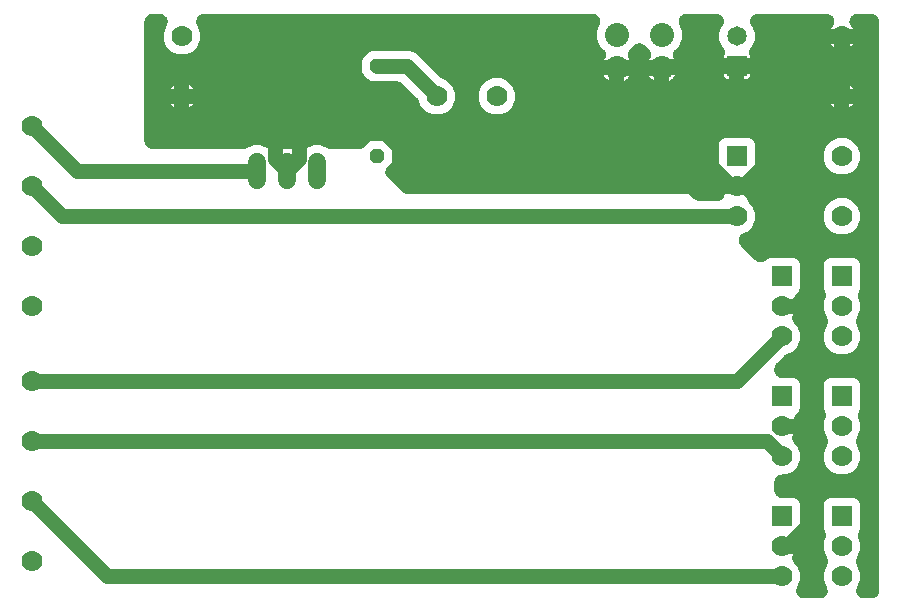
<source format=gbr>
G04 EAGLE Gerber RS-274X export*
G75*
%MOMM*%
%FSLAX34Y34*%
%LPD*%
%INTop Copper*%
%IPPOS*%
%AMOC8*
5,1,8,0,0,1.08239X$1,22.5*%
G01*
%ADD10C,1.778000*%
%ADD11R,1.778000X1.778000*%
%ADD12P,1.319650X8X112.500000*%
%ADD13C,2.032000*%
%ADD14C,1.651000*%
%ADD15R,1.651000X1.651000*%
%ADD16C,1.524000*%
%ADD17C,1.270000*%
%ADD18C,0.609600*%
%ADD19C,0.508000*%
%ADD20C,0.406400*%
%ADD21C,0.304800*%

G36*
X705456Y6605D02*
X705456Y6605D01*
X705458Y6605D01*
X705818Y6625D01*
X706165Y6645D01*
X706167Y6645D01*
X706169Y6645D01*
X706529Y6707D01*
X706868Y6764D01*
X706870Y6765D01*
X706872Y6765D01*
X707235Y6870D01*
X707552Y6961D01*
X707554Y6962D01*
X707556Y6963D01*
X707897Y7104D01*
X708210Y7234D01*
X708212Y7235D01*
X708214Y7236D01*
X708527Y7410D01*
X708834Y7579D01*
X708835Y7580D01*
X708837Y7581D01*
X709142Y7798D01*
X709415Y7991D01*
X709416Y7993D01*
X709418Y7994D01*
X709693Y8241D01*
X709946Y8466D01*
X709947Y8468D01*
X709949Y8469D01*
X710180Y8729D01*
X710420Y8998D01*
X710421Y9000D01*
X710423Y9001D01*
X710621Y9282D01*
X710832Y9579D01*
X710833Y9581D01*
X710834Y9583D01*
X711008Y9899D01*
X711176Y10203D01*
X711177Y10205D01*
X711178Y10207D01*
X711311Y10529D01*
X711448Y10861D01*
X711449Y10863D01*
X711450Y10865D01*
X711543Y11192D01*
X711645Y11546D01*
X711645Y11548D01*
X711646Y11550D01*
X711705Y11898D01*
X711764Y12248D01*
X711764Y12250D01*
X711764Y12253D01*
X711784Y12610D01*
X711803Y12960D01*
X711803Y12962D01*
X711803Y12964D01*
X711783Y13311D01*
X711763Y13671D01*
X711762Y13673D01*
X711762Y13675D01*
X711699Y14041D01*
X711643Y14373D01*
X711642Y14375D01*
X711642Y14377D01*
X711546Y14706D01*
X711445Y15058D01*
X711444Y15060D01*
X711443Y15062D01*
X711307Y15388D01*
X711171Y15715D01*
X711170Y15717D01*
X711169Y15719D01*
X711048Y15939D01*
X708405Y22318D01*
X708405Y28482D01*
X710858Y34403D01*
X710876Y34429D01*
X711084Y34723D01*
X711086Y34725D01*
X711088Y34728D01*
X711262Y35045D01*
X711429Y35346D01*
X711430Y35349D01*
X711432Y35352D01*
X711564Y35673D01*
X711701Y36005D01*
X711702Y36008D01*
X711703Y36010D01*
X711799Y36345D01*
X711898Y36689D01*
X711899Y36692D01*
X711900Y36695D01*
X711960Y37051D01*
X712018Y37392D01*
X712018Y37394D01*
X712018Y37398D01*
X712038Y37763D01*
X712057Y38103D01*
X712057Y38106D01*
X712057Y38109D01*
X712037Y38460D01*
X712017Y38814D01*
X712016Y38817D01*
X712016Y38820D01*
X711958Y39160D01*
X711897Y39516D01*
X711896Y39519D01*
X711896Y39522D01*
X711799Y39858D01*
X711700Y40201D01*
X711698Y40204D01*
X711698Y40207D01*
X711569Y40516D01*
X711426Y40859D01*
X711425Y40862D01*
X711424Y40864D01*
X711259Y41161D01*
X711081Y41482D01*
X711080Y41485D01*
X711078Y41487D01*
X710876Y41772D01*
X710858Y41797D01*
X708405Y47718D01*
X708405Y53882D01*
X709913Y57523D01*
X709973Y57694D01*
X710043Y57863D01*
X710091Y58031D01*
X710149Y58196D01*
X710189Y58373D01*
X710239Y58548D01*
X710268Y58720D01*
X710307Y58890D01*
X710327Y59071D01*
X710358Y59250D01*
X710367Y59424D01*
X710387Y59598D01*
X710387Y59780D01*
X710397Y59961D01*
X710387Y60136D01*
X710387Y60310D01*
X710366Y60491D01*
X710356Y60673D01*
X710326Y60845D01*
X710307Y61018D01*
X710266Y61196D01*
X710235Y61375D01*
X710187Y61543D01*
X710148Y61713D01*
X710088Y61884D01*
X710037Y62059D01*
X709970Y62220D01*
X709912Y62385D01*
X709833Y62549D01*
X709793Y62646D01*
X708405Y65996D01*
X708405Y86404D01*
X709411Y88831D01*
X711269Y90689D01*
X713696Y91695D01*
X734104Y91695D01*
X736531Y90689D01*
X738389Y88831D01*
X739395Y86404D01*
X739395Y65996D01*
X738034Y62711D01*
X738032Y62707D01*
X737962Y62539D01*
X737883Y62375D01*
X737826Y62210D01*
X737759Y62048D01*
X737709Y61874D01*
X737649Y61702D01*
X737610Y61531D01*
X737562Y61364D01*
X737532Y61185D01*
X737491Y61007D01*
X737472Y60834D01*
X737443Y60661D01*
X737433Y60480D01*
X737413Y60299D01*
X737413Y60124D01*
X737403Y59950D01*
X737414Y59769D01*
X737414Y59587D01*
X737434Y59413D01*
X737444Y59239D01*
X737474Y59059D01*
X737495Y58879D01*
X737534Y58709D01*
X737563Y58536D01*
X737614Y58361D01*
X737655Y58185D01*
X737713Y58017D01*
X737761Y57852D01*
X737827Y57692D01*
X737887Y57523D01*
X739395Y53882D01*
X739395Y47718D01*
X736942Y41797D01*
X736917Y41761D01*
X736716Y41478D01*
X736714Y41475D01*
X736713Y41472D01*
X736535Y41151D01*
X736371Y40854D01*
X736370Y40851D01*
X736369Y40849D01*
X736220Y40490D01*
X736099Y40196D01*
X736098Y40193D01*
X736097Y40190D01*
X735992Y39824D01*
X735902Y39511D01*
X735901Y39508D01*
X735900Y39505D01*
X735837Y39129D01*
X735783Y38809D01*
X735782Y38806D01*
X735782Y38803D01*
X735761Y38429D01*
X735743Y38097D01*
X735743Y38094D01*
X735743Y38091D01*
X735764Y37721D01*
X735783Y37386D01*
X735784Y37383D01*
X735784Y37380D01*
X735843Y37036D01*
X735903Y36684D01*
X735904Y36681D01*
X735904Y36678D01*
X736008Y36320D01*
X736100Y35999D01*
X736101Y35997D01*
X736102Y35994D01*
X736241Y35661D01*
X736373Y35341D01*
X736375Y35339D01*
X736376Y35336D01*
X736542Y35037D01*
X736718Y34718D01*
X736720Y34716D01*
X736722Y34713D01*
X736942Y34404D01*
X739395Y28482D01*
X739395Y22318D01*
X736752Y15937D01*
X736626Y15709D01*
X736625Y15707D01*
X736624Y15705D01*
X736484Y15367D01*
X736353Y15051D01*
X736352Y15049D01*
X736352Y15047D01*
X736253Y14702D01*
X736156Y14366D01*
X736155Y14364D01*
X736155Y14362D01*
X736096Y14014D01*
X736037Y13664D01*
X736036Y13662D01*
X736036Y13660D01*
X736017Y13305D01*
X735997Y12952D01*
X735997Y12950D01*
X735997Y12948D01*
X736016Y12611D01*
X736037Y12241D01*
X736037Y12239D01*
X736037Y12237D01*
X736091Y11925D01*
X736156Y11539D01*
X736157Y11537D01*
X736157Y11535D01*
X736248Y11221D01*
X736354Y10854D01*
X736355Y10852D01*
X736355Y10850D01*
X736486Y10536D01*
X736627Y10196D01*
X736628Y10194D01*
X736629Y10193D01*
X736797Y9888D01*
X736972Y9573D01*
X736973Y9571D01*
X736974Y9569D01*
X737165Y9300D01*
X737384Y8992D01*
X737386Y8990D01*
X737387Y8989D01*
X737611Y8739D01*
X737860Y8461D01*
X737861Y8460D01*
X737863Y8458D01*
X738138Y8212D01*
X738391Y7987D01*
X738393Y7986D01*
X738394Y7984D01*
X738692Y7774D01*
X738972Y7575D01*
X738974Y7574D01*
X738976Y7573D01*
X739275Y7408D01*
X739596Y7231D01*
X739598Y7230D01*
X739600Y7229D01*
X739904Y7104D01*
X740255Y6959D01*
X740257Y6958D01*
X740259Y6958D01*
X740587Y6864D01*
X740939Y6763D01*
X740941Y6762D01*
X740944Y6762D01*
X741297Y6702D01*
X741642Y6644D01*
X741644Y6644D01*
X741646Y6643D01*
X742346Y6605D01*
X749046Y6605D01*
X749049Y6605D01*
X749052Y6605D01*
X749399Y6625D01*
X749757Y6645D01*
X749760Y6645D01*
X749763Y6645D01*
X750103Y6704D01*
X750460Y6764D01*
X750462Y6765D01*
X750465Y6765D01*
X750810Y6865D01*
X751144Y6961D01*
X751147Y6963D01*
X751150Y6963D01*
X751474Y7098D01*
X751802Y7234D01*
X751805Y7236D01*
X751807Y7237D01*
X752119Y7409D01*
X752426Y7579D01*
X752428Y7581D01*
X752431Y7582D01*
X752728Y7793D01*
X753007Y7991D01*
X753009Y7993D01*
X753011Y7995D01*
X753279Y8235D01*
X753538Y8466D01*
X753540Y8469D01*
X753542Y8470D01*
X753780Y8738D01*
X754012Y8998D01*
X754014Y9000D01*
X754016Y9002D01*
X754214Y9283D01*
X754424Y9579D01*
X754426Y9582D01*
X754427Y9584D01*
X754590Y9880D01*
X754768Y10203D01*
X754769Y10206D01*
X754771Y10208D01*
X754902Y10526D01*
X755040Y10861D01*
X755041Y10864D01*
X755042Y10867D01*
X755137Y11196D01*
X755237Y11546D01*
X755238Y11549D01*
X755238Y11551D01*
X755298Y11905D01*
X755356Y12248D01*
X755356Y12251D01*
X755357Y12254D01*
X755395Y12954D01*
X755395Y495046D01*
X755395Y495049D01*
X755395Y495052D01*
X755375Y495399D01*
X755355Y495757D01*
X755355Y495760D01*
X755355Y495763D01*
X755301Y496079D01*
X755236Y496460D01*
X755235Y496462D01*
X755235Y496465D01*
X755135Y496810D01*
X755039Y497144D01*
X755037Y497147D01*
X755037Y497150D01*
X754904Y497468D01*
X754766Y497802D01*
X754764Y497805D01*
X754763Y497807D01*
X754591Y498118D01*
X754421Y498426D01*
X754419Y498428D01*
X754418Y498431D01*
X754211Y498721D01*
X754009Y499007D01*
X754007Y499009D01*
X754005Y499011D01*
X753774Y499269D01*
X753534Y499538D01*
X753531Y499540D01*
X753530Y499542D01*
X753269Y499774D01*
X753002Y500012D01*
X753000Y500014D01*
X752998Y500016D01*
X752717Y500214D01*
X752421Y500424D01*
X752418Y500426D01*
X752416Y500427D01*
X752120Y500590D01*
X751797Y500768D01*
X751794Y500769D01*
X751792Y500771D01*
X751474Y500902D01*
X751139Y501040D01*
X751136Y501041D01*
X751133Y501042D01*
X750804Y501137D01*
X750454Y501237D01*
X750451Y501238D01*
X750449Y501238D01*
X750095Y501298D01*
X749752Y501356D01*
X749749Y501356D01*
X749746Y501357D01*
X749046Y501395D01*
X736599Y501395D01*
X736597Y501395D01*
X736596Y501395D01*
X736247Y501375D01*
X735887Y501355D01*
X735886Y501355D01*
X735884Y501355D01*
X735523Y501293D01*
X735185Y501236D01*
X735184Y501236D01*
X735182Y501235D01*
X734808Y501127D01*
X734500Y501039D01*
X734499Y501038D01*
X734498Y501038D01*
X734170Y500902D01*
X733842Y500766D01*
X733841Y500765D01*
X733840Y500764D01*
X733530Y500593D01*
X733219Y500421D01*
X733218Y500420D01*
X733216Y500419D01*
X732844Y500155D01*
X732638Y500009D01*
X732637Y500008D01*
X732636Y500007D01*
X732341Y499743D01*
X732107Y499534D01*
X732106Y499532D01*
X732105Y499531D01*
X731871Y499269D01*
X731633Y499002D01*
X731632Y499001D01*
X731631Y499000D01*
X731433Y498721D01*
X731221Y498421D01*
X731220Y498420D01*
X731219Y498418D01*
X731039Y498091D01*
X730876Y497797D01*
X730876Y497796D01*
X730875Y497794D01*
X730715Y497406D01*
X730604Y497139D01*
X730604Y497137D01*
X730603Y497136D01*
X730505Y496795D01*
X730408Y496454D01*
X730407Y496452D01*
X730407Y496451D01*
X730348Y496100D01*
X730289Y495752D01*
X730289Y495750D01*
X730288Y495749D01*
X730266Y495340D01*
X730249Y495040D01*
X730250Y495039D01*
X730249Y495037D01*
X730272Y494647D01*
X730290Y494329D01*
X730290Y494328D01*
X730290Y494326D01*
X730363Y493900D01*
X730410Y493627D01*
X730410Y493625D01*
X730411Y493624D01*
X730518Y493255D01*
X730608Y492942D01*
X730609Y492941D01*
X730609Y492940D01*
X730744Y492616D01*
X730881Y492285D01*
X730882Y492283D01*
X730883Y492282D01*
X731057Y491967D01*
X731227Y491661D01*
X731228Y491660D01*
X731228Y491659D01*
X731445Y491354D01*
X731640Y491081D01*
X731641Y491080D01*
X731642Y491079D01*
X732109Y490556D01*
X732513Y490153D01*
X733425Y488964D01*
X733433Y488949D01*
X723900Y488949D01*
X714367Y488949D01*
X714375Y488964D01*
X715287Y490153D01*
X715691Y490556D01*
X715692Y490557D01*
X715693Y490558D01*
X715919Y490812D01*
X716166Y491088D01*
X716166Y491089D01*
X716167Y491090D01*
X716367Y491372D01*
X716578Y491669D01*
X716578Y491670D01*
X716579Y491671D01*
X716752Y491984D01*
X716922Y492292D01*
X716923Y492294D01*
X716924Y492295D01*
X717063Y492633D01*
X717195Y492950D01*
X717195Y492952D01*
X717196Y492953D01*
X717301Y493319D01*
X717392Y493635D01*
X717392Y493636D01*
X717392Y493638D01*
X717449Y493972D01*
X717511Y494337D01*
X717511Y494339D01*
X717511Y494340D01*
X717529Y494659D01*
X717551Y495049D01*
X717550Y495050D01*
X717551Y495052D01*
X717531Y495392D01*
X717510Y495760D01*
X717510Y495762D01*
X717510Y495763D01*
X717458Y496070D01*
X717391Y496462D01*
X717390Y496464D01*
X717390Y496465D01*
X717299Y496781D01*
X717193Y497147D01*
X717192Y497148D01*
X717192Y497150D01*
X717062Y497463D01*
X716920Y497805D01*
X716919Y497806D01*
X716919Y497807D01*
X716747Y498118D01*
X716575Y498428D01*
X716574Y498429D01*
X716573Y498431D01*
X716373Y498712D01*
X716162Y499009D01*
X716161Y499010D01*
X716160Y499011D01*
X715929Y499269D01*
X715687Y499540D01*
X715686Y499541D01*
X715685Y499542D01*
X715416Y499781D01*
X715155Y500014D01*
X715154Y500015D01*
X715153Y500016D01*
X714866Y500219D01*
X714574Y500425D01*
X714573Y500426D01*
X714571Y500427D01*
X714288Y500583D01*
X713950Y500769D01*
X713948Y500770D01*
X713947Y500771D01*
X713660Y500889D01*
X713292Y501041D01*
X713290Y501042D01*
X713289Y501042D01*
X712971Y501133D01*
X712607Y501238D01*
X712605Y501238D01*
X712604Y501238D01*
X712242Y501299D01*
X711904Y501356D01*
X711903Y501356D01*
X711901Y501357D01*
X711201Y501395D01*
X652348Y501395D01*
X652346Y501395D01*
X652345Y501395D01*
X651994Y501375D01*
X651637Y501355D01*
X651635Y501355D01*
X651634Y501355D01*
X651272Y501293D01*
X650934Y501236D01*
X650933Y501236D01*
X650931Y501235D01*
X650547Y501124D01*
X650250Y501039D01*
X650249Y501038D01*
X650247Y501038D01*
X649898Y500893D01*
X649592Y500766D01*
X649590Y500765D01*
X649589Y500764D01*
X649265Y500585D01*
X648968Y500421D01*
X648967Y500420D01*
X648966Y500419D01*
X648649Y500194D01*
X648387Y500009D01*
X648386Y500008D01*
X648385Y500007D01*
X648106Y499757D01*
X647856Y499534D01*
X647855Y499532D01*
X647854Y499531D01*
X647612Y499259D01*
X647382Y499002D01*
X647381Y499001D01*
X647380Y499000D01*
X647176Y498712D01*
X646970Y498421D01*
X646969Y498420D01*
X646968Y498418D01*
X646788Y498091D01*
X646626Y497797D01*
X646625Y497796D01*
X646624Y497794D01*
X646464Y497406D01*
X646354Y497139D01*
X646353Y497137D01*
X646353Y497136D01*
X646255Y496795D01*
X646157Y496454D01*
X646157Y496452D01*
X646156Y496451D01*
X646097Y496100D01*
X646038Y495752D01*
X646038Y495750D01*
X646038Y495749D01*
X646015Y495340D01*
X645999Y495040D01*
X645999Y495039D01*
X645999Y495037D01*
X646021Y494645D01*
X646039Y494329D01*
X646040Y494328D01*
X646040Y494326D01*
X646113Y493900D01*
X646159Y493627D01*
X646160Y493626D01*
X646160Y493624D01*
X646267Y493255D01*
X646357Y492942D01*
X646358Y492941D01*
X646358Y492940D01*
X646499Y492600D01*
X646631Y492285D01*
X646631Y492283D01*
X646632Y492282D01*
X646800Y491978D01*
X646976Y491661D01*
X646977Y491660D01*
X646978Y491659D01*
X647191Y491359D01*
X647389Y491081D01*
X647390Y491080D01*
X647391Y491079D01*
X647574Y490874D01*
X649860Y485356D01*
X649860Y479444D01*
X647598Y473983D01*
X647032Y473417D01*
X646911Y473282D01*
X646782Y473153D01*
X646674Y473016D01*
X646558Y472886D01*
X646452Y472738D01*
X646339Y472595D01*
X646246Y472448D01*
X646145Y472305D01*
X646057Y472146D01*
X645961Y471992D01*
X645885Y471834D01*
X645801Y471682D01*
X645731Y471514D01*
X645652Y471349D01*
X645595Y471184D01*
X645528Y471023D01*
X645478Y470849D01*
X645418Y470677D01*
X645380Y470506D01*
X645331Y470339D01*
X645301Y470160D01*
X645261Y469982D01*
X645241Y469808D01*
X645212Y469636D01*
X645202Y469455D01*
X645182Y469274D01*
X645182Y469099D01*
X645173Y468925D01*
X645183Y468743D01*
X645183Y468561D01*
X645203Y468388D01*
X645213Y468214D01*
X645243Y468034D01*
X645264Y467854D01*
X645303Y467683D01*
X645333Y467511D01*
X645383Y467337D01*
X645424Y467159D01*
X645483Y466992D01*
X645530Y466827D01*
X645597Y466667D01*
X645656Y466498D01*
X645698Y466396D01*
X645796Y465905D01*
X645796Y463749D01*
X635000Y463749D01*
X624204Y463749D01*
X624204Y465905D01*
X624302Y466396D01*
X624344Y466498D01*
X624404Y466670D01*
X624474Y466838D01*
X624522Y467006D01*
X624579Y467170D01*
X624620Y467347D01*
X624670Y467523D01*
X624699Y467695D01*
X624738Y467865D01*
X624758Y468046D01*
X624788Y468225D01*
X624798Y468399D01*
X624818Y468573D01*
X624817Y468755D01*
X624827Y468936D01*
X624817Y469111D01*
X624817Y469285D01*
X624797Y469466D01*
X624787Y469648D01*
X624757Y469819D01*
X624737Y469993D01*
X624697Y470171D01*
X624666Y470350D01*
X624618Y470517D01*
X624579Y470688D01*
X624518Y470860D01*
X624468Y471034D01*
X624401Y471195D01*
X624343Y471360D01*
X624264Y471524D01*
X624194Y471692D01*
X624110Y471844D01*
X624034Y472002D01*
X623937Y472156D01*
X623849Y472315D01*
X623747Y472457D01*
X623654Y472605D01*
X623541Y472747D01*
X623435Y472895D01*
X623317Y473028D01*
X623210Y473161D01*
X623087Y473284D01*
X622968Y473417D01*
X622402Y473983D01*
X620140Y479444D01*
X620140Y485356D01*
X622426Y490875D01*
X622616Y491088D01*
X622617Y491089D01*
X622618Y491090D01*
X622851Y491418D01*
X623028Y491669D01*
X623029Y491670D01*
X623030Y491671D01*
X623203Y491984D01*
X623373Y492292D01*
X623374Y492294D01*
X623374Y492295D01*
X623514Y492633D01*
X623645Y492950D01*
X623646Y492952D01*
X623646Y492953D01*
X623752Y493319D01*
X623842Y493635D01*
X623843Y493636D01*
X623843Y493638D01*
X623900Y493972D01*
X623962Y494337D01*
X623962Y494339D01*
X623962Y494340D01*
X623980Y494659D01*
X624001Y495049D01*
X624001Y495050D01*
X624001Y495052D01*
X623982Y495392D01*
X623961Y495760D01*
X623961Y495762D01*
X623961Y495763D01*
X623907Y496079D01*
X623841Y496462D01*
X623841Y496464D01*
X623841Y496465D01*
X623747Y496789D01*
X623644Y497147D01*
X623643Y497148D01*
X623643Y497150D01*
X623510Y497468D01*
X623371Y497805D01*
X623370Y497806D01*
X623369Y497807D01*
X623197Y498118D01*
X623026Y498428D01*
X623025Y498429D01*
X623024Y498431D01*
X622834Y498698D01*
X622613Y499009D01*
X622612Y499010D01*
X622611Y499011D01*
X622408Y499238D01*
X622138Y499540D01*
X622137Y499541D01*
X622136Y499542D01*
X621859Y499788D01*
X621606Y500014D01*
X621605Y500015D01*
X621604Y500016D01*
X621314Y500220D01*
X621025Y500425D01*
X621023Y500426D01*
X621022Y500427D01*
X620715Y500596D01*
X620401Y500769D01*
X620399Y500770D01*
X620398Y500771D01*
X620064Y500909D01*
X619742Y501041D01*
X619741Y501042D01*
X619739Y501042D01*
X619399Y501140D01*
X619057Y501238D01*
X619056Y501238D01*
X619055Y501238D01*
X618705Y501297D01*
X618355Y501356D01*
X618354Y501356D01*
X618352Y501357D01*
X617652Y501395D01*
X591889Y501395D01*
X591709Y501385D01*
X591529Y501385D01*
X591354Y501365D01*
X591178Y501355D01*
X591000Y501325D01*
X590821Y501305D01*
X590649Y501265D01*
X590475Y501236D01*
X590302Y501186D01*
X590126Y501146D01*
X589960Y501087D01*
X589791Y501039D01*
X589625Y500970D01*
X589454Y500910D01*
X589296Y500833D01*
X589133Y500766D01*
X588975Y500678D01*
X588812Y500600D01*
X588663Y500506D01*
X588509Y500421D01*
X588363Y500317D01*
X588210Y500220D01*
X588072Y500110D01*
X587929Y500009D01*
X587794Y499889D01*
X587653Y499776D01*
X587529Y499651D01*
X587397Y499534D01*
X587277Y499399D01*
X587150Y499271D01*
X587040Y499134D01*
X586923Y499002D01*
X586819Y498855D01*
X586706Y498714D01*
X586613Y498565D01*
X586511Y498421D01*
X586424Y498263D01*
X586328Y498110D01*
X586252Y497952D01*
X586167Y497797D01*
X586098Y497630D01*
X586020Y497468D01*
X585962Y497302D01*
X585895Y497139D01*
X585845Y496965D01*
X585786Y496795D01*
X585747Y496623D01*
X585698Y496454D01*
X585668Y496276D01*
X585628Y496100D01*
X585609Y495925D01*
X585579Y495752D01*
X585569Y495572D01*
X585549Y495392D01*
X585550Y495216D01*
X585540Y495040D01*
X585550Y494860D01*
X585550Y494680D01*
X585570Y494505D01*
X585580Y494329D01*
X585611Y494151D01*
X585631Y493972D01*
X585671Y493800D01*
X585701Y493627D01*
X585751Y493454D01*
X585791Y493278D01*
X585850Y493109D01*
X585898Y492942D01*
X585964Y492784D01*
X586023Y492616D01*
X588265Y487205D01*
X588265Y480535D01*
X585712Y474374D01*
X582659Y471320D01*
X582458Y471096D01*
X582255Y470876D01*
X582221Y470830D01*
X582184Y470788D01*
X582010Y470543D01*
X581832Y470302D01*
X581804Y470253D01*
X581772Y470207D01*
X581627Y469945D01*
X581477Y469685D01*
X581454Y469633D01*
X581427Y469584D01*
X581312Y469307D01*
X581193Y469031D01*
X581176Y468978D01*
X581155Y468925D01*
X581072Y468637D01*
X580984Y468350D01*
X580973Y468295D01*
X580958Y468241D01*
X580908Y467946D01*
X580852Y467650D01*
X580848Y467594D01*
X580839Y467538D01*
X580822Y467240D01*
X580800Y466939D01*
X580802Y466883D01*
X580799Y466827D01*
X580816Y466527D01*
X580828Y466228D01*
X580836Y466172D01*
X580839Y466116D01*
X580890Y465820D01*
X580935Y465523D01*
X580949Y465469D01*
X580959Y465414D01*
X581042Y465125D01*
X581120Y464835D01*
X581141Y464783D01*
X581157Y464729D01*
X581272Y464452D01*
X581382Y464173D01*
X581408Y464123D01*
X581430Y464071D01*
X581575Y463808D01*
X581716Y463543D01*
X581748Y463497D01*
X581775Y463448D01*
X581937Y463219D01*
X582066Y463030D01*
X582500Y462279D01*
X571500Y462279D01*
X560500Y462279D01*
X560934Y463031D01*
X561058Y463212D01*
X561231Y463458D01*
X561259Y463507D01*
X561290Y463553D01*
X561430Y463818D01*
X561575Y464081D01*
X561597Y464134D01*
X561623Y464183D01*
X561733Y464462D01*
X561847Y464740D01*
X561863Y464794D01*
X561883Y464846D01*
X561961Y465136D01*
X562044Y465425D01*
X562053Y465480D01*
X562068Y465534D01*
X562112Y465830D01*
X562162Y466127D01*
X562165Y466183D01*
X562174Y466239D01*
X562185Y466538D01*
X562201Y466839D01*
X562198Y466895D01*
X562200Y466951D01*
X562177Y467250D01*
X562160Y467550D01*
X562151Y467605D01*
X562146Y467661D01*
X562091Y467956D01*
X562040Y468252D01*
X562024Y468306D01*
X562014Y468361D01*
X561925Y468647D01*
X561842Y468936D01*
X561820Y468988D01*
X561803Y469042D01*
X561684Y469316D01*
X561568Y469594D01*
X561541Y469643D01*
X561518Y469695D01*
X561368Y469955D01*
X561222Y470217D01*
X561190Y470263D01*
X561162Y470311D01*
X560983Y470553D01*
X560809Y470797D01*
X560771Y470840D01*
X560738Y470884D01*
X560547Y471090D01*
X560341Y471320D01*
X556940Y474722D01*
X556937Y474723D01*
X556936Y474726D01*
X556674Y474959D01*
X556408Y475196D01*
X556406Y475198D01*
X556404Y475200D01*
X556118Y475402D01*
X555827Y475608D01*
X555825Y475610D01*
X555822Y475611D01*
X555504Y475787D01*
X555204Y475953D01*
X555201Y475954D01*
X555199Y475955D01*
X554857Y476096D01*
X554545Y476225D01*
X554543Y476226D01*
X554540Y476227D01*
X554193Y476327D01*
X553861Y476422D01*
X553858Y476423D01*
X553855Y476424D01*
X553488Y476486D01*
X553158Y476542D01*
X553156Y476542D01*
X553153Y476542D01*
X552786Y476562D01*
X552447Y476581D01*
X552444Y476581D01*
X552441Y476581D01*
X552091Y476561D01*
X551736Y476541D01*
X551733Y476540D01*
X551730Y476540D01*
X551390Y476482D01*
X551034Y476421D01*
X551031Y476420D01*
X551028Y476420D01*
X550680Y476319D01*
X550349Y476224D01*
X550347Y476222D01*
X550344Y476222D01*
X550011Y476083D01*
X549691Y475950D01*
X549689Y475949D01*
X549686Y475948D01*
X549386Y475781D01*
X549068Y475605D01*
X549065Y475604D01*
X549063Y475602D01*
X548775Y475397D01*
X548487Y475193D01*
X548485Y475191D01*
X548483Y475189D01*
X547960Y474722D01*
X544558Y471320D01*
X544359Y471096D01*
X544154Y470875D01*
X544121Y470830D01*
X544084Y470788D01*
X543910Y470543D01*
X543732Y470302D01*
X543704Y470253D01*
X543672Y470207D01*
X543527Y469945D01*
X543376Y469684D01*
X543354Y469633D01*
X543327Y469584D01*
X543212Y469306D01*
X543092Y469031D01*
X543076Y468977D01*
X543055Y468925D01*
X542972Y468637D01*
X542883Y468350D01*
X542873Y468295D01*
X542858Y468241D01*
X542807Y467945D01*
X542752Y467650D01*
X542748Y467594D01*
X542738Y467538D01*
X542722Y467238D01*
X542700Y466939D01*
X542702Y466883D01*
X542699Y466827D01*
X542716Y466527D01*
X542728Y466227D01*
X542736Y466172D01*
X542739Y466116D01*
X542790Y465818D01*
X542835Y465523D01*
X542849Y465469D01*
X542859Y465414D01*
X542942Y465125D01*
X543020Y464835D01*
X543041Y464783D01*
X543056Y464729D01*
X543172Y464452D01*
X543282Y464172D01*
X543308Y464123D01*
X543330Y464071D01*
X543475Y463808D01*
X543616Y463543D01*
X543648Y463497D01*
X543675Y463448D01*
X543837Y463220D01*
X543966Y463030D01*
X544400Y462279D01*
X533400Y462279D01*
X522400Y462279D01*
X522834Y463031D01*
X522958Y463213D01*
X523131Y463458D01*
X523159Y463507D01*
X523190Y463554D01*
X523330Y463819D01*
X523475Y464081D01*
X523497Y464134D01*
X523523Y464183D01*
X523633Y464462D01*
X523747Y464740D01*
X523763Y464794D01*
X523783Y464847D01*
X523861Y465136D01*
X523944Y465425D01*
X523953Y465480D01*
X523968Y465535D01*
X524012Y465831D01*
X524062Y466127D01*
X524065Y466184D01*
X524074Y466239D01*
X524085Y466539D01*
X524101Y466839D01*
X524098Y466895D01*
X524100Y466951D01*
X524077Y467251D01*
X524060Y467550D01*
X524051Y467605D01*
X524046Y467662D01*
X523991Y467956D01*
X523940Y468252D01*
X523924Y468306D01*
X523914Y468362D01*
X523825Y468648D01*
X523742Y468936D01*
X523720Y468988D01*
X523703Y469042D01*
X523583Y469317D01*
X523468Y469594D01*
X523440Y469644D01*
X523418Y469695D01*
X523268Y469954D01*
X523122Y470217D01*
X523090Y470263D01*
X523061Y470312D01*
X522883Y470553D01*
X522709Y470797D01*
X522671Y470840D01*
X522638Y470885D01*
X522448Y471089D01*
X522241Y471320D01*
X519188Y474374D01*
X516635Y480535D01*
X516635Y487205D01*
X518877Y492616D01*
X518936Y492787D01*
X519005Y492953D01*
X519054Y493122D01*
X519112Y493289D01*
X519152Y493465D01*
X519202Y493638D01*
X519231Y493811D01*
X519271Y493983D01*
X519291Y494163D01*
X519321Y494340D01*
X519330Y494516D01*
X519350Y494691D01*
X519350Y494872D01*
X519360Y495052D01*
X519350Y495228D01*
X519350Y495404D01*
X519330Y495583D01*
X519320Y495763D01*
X519290Y495936D01*
X519270Y496112D01*
X519230Y496288D01*
X519199Y496465D01*
X519151Y496634D01*
X519111Y496806D01*
X519052Y496976D01*
X519002Y497150D01*
X518934Y497312D01*
X518876Y497478D01*
X518797Y497641D01*
X518728Y497807D01*
X518643Y497962D01*
X518566Y498120D01*
X518470Y498273D01*
X518383Y498431D01*
X518281Y498574D01*
X518187Y498723D01*
X518074Y498864D01*
X517970Y499011D01*
X517852Y499142D01*
X517742Y499280D01*
X517615Y499407D01*
X517494Y499542D01*
X517363Y499659D01*
X517238Y499783D01*
X517097Y499896D01*
X516963Y500016D01*
X516819Y500117D01*
X516681Y500227D01*
X516528Y500323D01*
X516381Y500427D01*
X516227Y500512D01*
X516078Y500606D01*
X515915Y500684D01*
X515757Y500771D01*
X515594Y500838D01*
X515435Y500914D01*
X515265Y500974D01*
X515098Y501042D01*
X514929Y501091D01*
X514763Y501149D01*
X514587Y501189D01*
X514413Y501238D01*
X514240Y501268D01*
X514068Y501307D01*
X513889Y501327D01*
X513711Y501357D01*
X513532Y501366D01*
X513360Y501386D01*
X513188Y501385D01*
X513011Y501395D01*
X183546Y501395D01*
X183544Y501395D01*
X183542Y501395D01*
X183182Y501375D01*
X182835Y501355D01*
X182833Y501355D01*
X182831Y501355D01*
X182471Y501293D01*
X182132Y501236D01*
X182130Y501235D01*
X182128Y501235D01*
X181765Y501130D01*
X181448Y501039D01*
X181446Y501038D01*
X181444Y501037D01*
X181103Y500896D01*
X180790Y500766D01*
X180788Y500765D01*
X180786Y500764D01*
X180473Y500590D01*
X180166Y500421D01*
X180165Y500420D01*
X180163Y500419D01*
X179858Y500202D01*
X179585Y500009D01*
X179584Y500007D01*
X179582Y500006D01*
X179307Y499759D01*
X179054Y499534D01*
X179053Y499532D01*
X179051Y499531D01*
X178818Y499269D01*
X178580Y499002D01*
X178579Y499000D01*
X178577Y498999D01*
X178379Y498718D01*
X178168Y498421D01*
X178167Y498419D01*
X178166Y498417D01*
X177986Y498091D01*
X177824Y497797D01*
X177823Y497795D01*
X177822Y497793D01*
X177688Y497468D01*
X177552Y497139D01*
X177551Y497137D01*
X177550Y497135D01*
X177453Y496795D01*
X177355Y496454D01*
X177355Y496452D01*
X177354Y496450D01*
X177295Y496100D01*
X177236Y495752D01*
X177236Y495750D01*
X177236Y495747D01*
X177216Y495390D01*
X177197Y495040D01*
X177197Y495038D01*
X177197Y495036D01*
X177218Y494670D01*
X177237Y494329D01*
X177238Y494327D01*
X177238Y494325D01*
X177304Y493938D01*
X177357Y493627D01*
X177358Y493625D01*
X177358Y493623D01*
X177465Y493255D01*
X177555Y492942D01*
X177556Y492940D01*
X177557Y492938D01*
X177694Y492609D01*
X177829Y492285D01*
X177830Y492283D01*
X177831Y492281D01*
X177952Y492061D01*
X180595Y485682D01*
X180595Y479518D01*
X178236Y473823D01*
X173877Y469464D01*
X168182Y467105D01*
X162018Y467105D01*
X156323Y469464D01*
X151964Y473823D01*
X149605Y479518D01*
X149605Y485682D01*
X152248Y492063D01*
X152374Y492291D01*
X152375Y492293D01*
X152376Y492295D01*
X152516Y492633D01*
X152647Y492949D01*
X152648Y492951D01*
X152648Y492953D01*
X152747Y493298D01*
X152844Y493634D01*
X152845Y493636D01*
X152845Y493638D01*
X152902Y493972D01*
X152963Y494336D01*
X152964Y494338D01*
X152964Y494340D01*
X152983Y494691D01*
X153003Y495048D01*
X153003Y495050D01*
X153003Y495052D01*
X152984Y495389D01*
X152963Y495759D01*
X152963Y495761D01*
X152963Y495763D01*
X152910Y496070D01*
X152844Y496461D01*
X152843Y496463D01*
X152843Y496465D01*
X152752Y496779D01*
X152646Y497146D01*
X152645Y497148D01*
X152645Y497150D01*
X152514Y497464D01*
X152373Y497804D01*
X152372Y497806D01*
X152371Y497807D01*
X152204Y498108D01*
X152028Y498427D01*
X152027Y498429D01*
X152026Y498431D01*
X151835Y498700D01*
X151616Y499008D01*
X151614Y499010D01*
X151613Y499011D01*
X151389Y499261D01*
X151140Y499539D01*
X151139Y499540D01*
X151137Y499542D01*
X150862Y499788D01*
X150609Y500013D01*
X150607Y500014D01*
X150606Y500016D01*
X150316Y500220D01*
X150028Y500425D01*
X150026Y500426D01*
X150024Y500427D01*
X149725Y500592D01*
X149404Y500769D01*
X149402Y500770D01*
X149400Y500771D01*
X149096Y500896D01*
X148745Y501041D01*
X148743Y501042D01*
X148741Y501042D01*
X148413Y501136D01*
X148061Y501237D01*
X148059Y501238D01*
X148056Y501238D01*
X147703Y501298D01*
X147358Y501356D01*
X147356Y501356D01*
X147354Y501357D01*
X146654Y501395D01*
X139700Y501395D01*
X139697Y501395D01*
X139694Y501395D01*
X139347Y501375D01*
X138989Y501355D01*
X138986Y501355D01*
X138983Y501355D01*
X138643Y501296D01*
X138286Y501236D01*
X138284Y501235D01*
X138281Y501235D01*
X137936Y501135D01*
X137602Y501039D01*
X137599Y501037D01*
X137596Y501037D01*
X137272Y500902D01*
X136944Y500766D01*
X136941Y500764D01*
X136939Y500763D01*
X136627Y500591D01*
X136320Y500421D01*
X136318Y500419D01*
X136315Y500418D01*
X136018Y500207D01*
X135739Y500009D01*
X135737Y500007D01*
X135735Y500005D01*
X135467Y499765D01*
X135208Y499534D01*
X135206Y499531D01*
X135204Y499530D01*
X134966Y499262D01*
X134734Y499002D01*
X134732Y499000D01*
X134730Y498998D01*
X134532Y498717D01*
X134322Y498421D01*
X134321Y498418D01*
X134319Y498416D01*
X134149Y498108D01*
X133978Y497797D01*
X133977Y497794D01*
X133975Y497792D01*
X133842Y497468D01*
X133706Y497139D01*
X133705Y497136D01*
X133704Y497133D01*
X133607Y496795D01*
X133509Y496454D01*
X133508Y496451D01*
X133508Y496449D01*
X133448Y496095D01*
X133390Y495752D01*
X133390Y495749D01*
X133389Y495746D01*
X133351Y495046D01*
X133351Y393700D01*
X133351Y393697D01*
X133351Y393694D01*
X133371Y393340D01*
X133391Y392989D01*
X133391Y392986D01*
X133391Y392983D01*
X133451Y392632D01*
X133510Y392286D01*
X133511Y392284D01*
X133511Y392281D01*
X133611Y391936D01*
X133707Y391602D01*
X133709Y391599D01*
X133709Y391596D01*
X133847Y391265D01*
X133980Y390944D01*
X133982Y390941D01*
X133983Y390939D01*
X134162Y390615D01*
X134325Y390320D01*
X134327Y390318D01*
X134328Y390315D01*
X134539Y390018D01*
X134738Y389739D01*
X134739Y389737D01*
X134741Y389735D01*
X134984Y389464D01*
X135212Y389208D01*
X135215Y389207D01*
X135216Y389204D01*
X135490Y388961D01*
X135744Y388734D01*
X135746Y388732D01*
X135748Y388730D01*
X136029Y388532D01*
X136325Y388322D01*
X136328Y388320D01*
X136330Y388319D01*
X136626Y388156D01*
X136949Y387978D01*
X136952Y387977D01*
X136954Y387975D01*
X137272Y387844D01*
X137607Y387706D01*
X137610Y387705D01*
X137613Y387704D01*
X137942Y387610D01*
X138292Y387509D01*
X138295Y387508D01*
X138298Y387508D01*
X138651Y387448D01*
X138994Y387390D01*
X138997Y387390D01*
X139000Y387389D01*
X139700Y387351D01*
X217762Y387351D01*
X217945Y387361D01*
X218128Y387361D01*
X218301Y387381D01*
X218474Y387391D01*
X218654Y387421D01*
X218836Y387442D01*
X219005Y387481D01*
X219176Y387510D01*
X219352Y387561D01*
X219531Y387602D01*
X219697Y387660D01*
X219860Y387707D01*
X220022Y387774D01*
X220192Y387834D01*
X225771Y390145D01*
X231429Y390145D01*
X237008Y387834D01*
X237181Y387774D01*
X237350Y387704D01*
X237517Y387656D01*
X237680Y387599D01*
X237859Y387558D01*
X238035Y387508D01*
X238206Y387479D01*
X238375Y387440D01*
X238557Y387420D01*
X238738Y387389D01*
X238913Y387380D01*
X239083Y387361D01*
X239258Y387361D01*
X239438Y387351D01*
X268562Y387351D01*
X268745Y387361D01*
X268928Y387361D01*
X269101Y387381D01*
X269274Y387391D01*
X269454Y387421D01*
X269636Y387442D01*
X269805Y387481D01*
X269976Y387510D01*
X270152Y387561D01*
X270331Y387602D01*
X270497Y387660D01*
X270660Y387707D01*
X270822Y387774D01*
X270992Y387834D01*
X276571Y390145D01*
X282229Y390145D01*
X287808Y387834D01*
X287981Y387774D01*
X288150Y387704D01*
X288317Y387656D01*
X288480Y387599D01*
X288659Y387558D01*
X288835Y387508D01*
X289006Y387479D01*
X289175Y387440D01*
X289357Y387420D01*
X289538Y387389D01*
X289713Y387380D01*
X289883Y387361D01*
X290058Y387361D01*
X290238Y387351D01*
X315959Y387351D01*
X315964Y387351D01*
X315968Y387351D01*
X316321Y387371D01*
X316671Y387391D01*
X316675Y387391D01*
X316679Y387392D01*
X317030Y387452D01*
X317373Y387510D01*
X317377Y387511D01*
X317381Y387512D01*
X317733Y387614D01*
X318057Y387707D01*
X318061Y387709D01*
X318066Y387710D01*
X318392Y387846D01*
X318716Y387980D01*
X318720Y387982D01*
X318723Y387984D01*
X319030Y388154D01*
X319339Y388325D01*
X319342Y388327D01*
X319346Y388330D01*
X319645Y388542D01*
X319920Y388738D01*
X319923Y388740D01*
X319927Y388743D01*
X320449Y389210D01*
X324939Y393701D01*
X335461Y393701D01*
X342901Y386261D01*
X342901Y375739D01*
X339181Y372019D01*
X339179Y372017D01*
X339177Y372015D01*
X338938Y371748D01*
X338706Y371488D01*
X338705Y371486D01*
X338702Y371484D01*
X338492Y371186D01*
X338294Y370907D01*
X338292Y370904D01*
X338291Y370902D01*
X338117Y370588D01*
X337949Y370283D01*
X337948Y370281D01*
X337947Y370278D01*
X337815Y369960D01*
X337677Y369625D01*
X337676Y369622D01*
X337675Y369620D01*
X337581Y369292D01*
X337480Y368941D01*
X337479Y368938D01*
X337479Y368935D01*
X337414Y368551D01*
X337361Y368238D01*
X337361Y368235D01*
X337360Y368232D01*
X337340Y367868D01*
X337321Y367527D01*
X337321Y367524D01*
X337321Y367521D01*
X337341Y367169D01*
X337361Y366816D01*
X337362Y366813D01*
X337362Y366810D01*
X337421Y366464D01*
X337481Y366113D01*
X337482Y366110D01*
X337482Y366108D01*
X337586Y365750D01*
X337679Y365429D01*
X337680Y365426D01*
X337681Y365423D01*
X337819Y365091D01*
X337952Y364771D01*
X337953Y364768D01*
X337954Y364766D01*
X338125Y364458D01*
X338297Y364148D01*
X338299Y364145D01*
X338300Y364143D01*
X338503Y363858D01*
X338710Y363567D01*
X338712Y363565D01*
X338713Y363562D01*
X339181Y363040D01*
X351110Y351110D01*
X351114Y351108D01*
X351116Y351104D01*
X351379Y350870D01*
X351642Y350636D01*
X351645Y350633D01*
X351648Y350630D01*
X351933Y350429D01*
X352223Y350224D01*
X352226Y350221D01*
X352230Y350219D01*
X352540Y350048D01*
X352846Y349879D01*
X352850Y349877D01*
X352854Y349875D01*
X353179Y349741D01*
X353505Y349607D01*
X353509Y349605D01*
X353513Y349604D01*
X353841Y349510D01*
X354189Y349409D01*
X354194Y349409D01*
X354198Y349408D01*
X354545Y349349D01*
X354892Y349290D01*
X354896Y349290D01*
X354900Y349289D01*
X355600Y349251D01*
X594270Y349251D01*
X598506Y345014D01*
X598510Y345012D01*
X598512Y345008D01*
X598782Y344768D01*
X599038Y344540D01*
X599041Y344537D01*
X599044Y344534D01*
X599337Y344328D01*
X599619Y344127D01*
X599622Y344125D01*
X599626Y344123D01*
X599931Y343955D01*
X600242Y343783D01*
X600246Y343781D01*
X600250Y343779D01*
X600567Y343649D01*
X600901Y343510D01*
X600905Y343509D01*
X600909Y343508D01*
X601241Y343413D01*
X601585Y343313D01*
X601589Y343313D01*
X601594Y343312D01*
X601948Y343252D01*
X602288Y343194D01*
X602292Y343194D01*
X602296Y343193D01*
X602996Y343155D01*
X618280Y343155D01*
X618460Y343165D01*
X618641Y343165D01*
X618816Y343185D01*
X618991Y343195D01*
X619169Y343225D01*
X619349Y343245D01*
X619520Y343285D01*
X619694Y343314D01*
X619867Y343364D01*
X620043Y343404D01*
X620209Y343463D01*
X620378Y343511D01*
X620545Y343580D01*
X620716Y343640D01*
X620874Y343717D01*
X621036Y343784D01*
X621195Y343872D01*
X621357Y343950D01*
X621506Y344044D01*
X621660Y344129D01*
X621807Y344233D01*
X621960Y344330D01*
X622098Y344440D01*
X622241Y344541D01*
X622375Y344662D01*
X622516Y344775D01*
X622641Y344899D01*
X622772Y345016D01*
X622892Y345151D01*
X623020Y345279D01*
X623129Y345417D01*
X623246Y345548D01*
X623351Y345695D01*
X623463Y345836D01*
X623556Y345985D01*
X623658Y346129D01*
X623746Y346288D01*
X623841Y346440D01*
X623917Y346599D01*
X624002Y346753D01*
X624071Y346920D01*
X624150Y347082D01*
X624207Y347248D01*
X624275Y347411D01*
X624324Y347585D01*
X624384Y347755D01*
X624423Y347927D01*
X624471Y348096D01*
X624501Y348274D01*
X624541Y348450D01*
X624561Y348625D01*
X624590Y348798D01*
X624600Y348979D01*
X624620Y349158D01*
X624620Y349251D01*
X635000Y349251D01*
X644533Y349251D01*
X644528Y349241D01*
X644419Y349026D01*
X644303Y348815D01*
X644259Y348708D01*
X644206Y348605D01*
X644123Y348379D01*
X644031Y348156D01*
X643999Y348045D01*
X643959Y347937D01*
X643901Y347703D01*
X643834Y347471D01*
X643815Y347357D01*
X643787Y347245D01*
X643756Y347006D01*
X643716Y346769D01*
X643710Y346653D01*
X643694Y346539D01*
X643690Y346298D01*
X643677Y346057D01*
X643683Y345942D01*
X643681Y345827D01*
X643704Y345587D01*
X643718Y345346D01*
X643737Y345232D01*
X643748Y345117D01*
X643797Y344882D01*
X643838Y344644D01*
X643870Y344533D01*
X643894Y344420D01*
X643969Y344191D01*
X644036Y343960D01*
X644081Y343853D01*
X644117Y343743D01*
X644218Y343524D01*
X644310Y343302D01*
X644366Y343201D01*
X644414Y343096D01*
X644539Y342890D01*
X644656Y342679D01*
X644723Y342585D01*
X644782Y342486D01*
X644929Y342295D01*
X645069Y342099D01*
X645147Y342011D01*
X645216Y341921D01*
X645376Y341756D01*
X645537Y341576D01*
X648136Y338977D01*
X650495Y333282D01*
X650495Y327118D01*
X648136Y321423D01*
X643777Y317064D01*
X640309Y315628D01*
X640146Y315549D01*
X639980Y315480D01*
X639825Y315395D01*
X639667Y315318D01*
X639514Y315223D01*
X639356Y315135D01*
X639212Y315033D01*
X639064Y314939D01*
X638923Y314827D01*
X638776Y314722D01*
X638645Y314605D01*
X638507Y314495D01*
X638379Y314367D01*
X638245Y314247D01*
X638128Y314116D01*
X638003Y313991D01*
X637891Y313850D01*
X637771Y313715D01*
X637669Y313572D01*
X637559Y313434D01*
X637463Y313281D01*
X637359Y313134D01*
X637274Y312980D01*
X637180Y312831D01*
X637102Y312669D01*
X637015Y312510D01*
X636948Y312347D01*
X636871Y312189D01*
X636812Y312019D01*
X636743Y311852D01*
X636694Y311682D01*
X636636Y311516D01*
X636596Y311340D01*
X636547Y311167D01*
X636517Y310993D01*
X636478Y310821D01*
X636458Y310642D01*
X636428Y310464D01*
X636419Y310288D01*
X636399Y310114D01*
X636399Y309933D01*
X636389Y309753D01*
X636399Y309577D01*
X636399Y309401D01*
X636420Y309222D01*
X636430Y309042D01*
X636460Y308868D01*
X636480Y308693D01*
X636520Y308517D01*
X636550Y308340D01*
X636600Y308170D01*
X636639Y307999D01*
X636698Y307829D01*
X636749Y307655D01*
X636816Y307493D01*
X636875Y307327D01*
X636953Y307164D01*
X637022Y306998D01*
X637108Y306844D01*
X637184Y306685D01*
X637280Y306532D01*
X637368Y306375D01*
X637470Y306231D01*
X637564Y306082D01*
X637677Y305941D01*
X637781Y305794D01*
X637901Y305661D01*
X638009Y305526D01*
X638130Y305404D01*
X638249Y305272D01*
X650561Y292960D01*
X650563Y292958D01*
X650565Y292956D01*
X650830Y292720D01*
X651092Y292486D01*
X651094Y292484D01*
X651096Y292482D01*
X651382Y292279D01*
X651673Y292073D01*
X651675Y292072D01*
X651678Y292070D01*
X652001Y291892D01*
X652296Y291729D01*
X652299Y291728D01*
X652302Y291726D01*
X652644Y291585D01*
X652955Y291456D01*
X652957Y291456D01*
X652960Y291454D01*
X653307Y291355D01*
X653639Y291259D01*
X653642Y291259D01*
X653645Y291258D01*
X654012Y291196D01*
X654342Y291140D01*
X654344Y291140D01*
X654347Y291140D01*
X654714Y291120D01*
X655053Y291101D01*
X655056Y291101D01*
X655059Y291101D01*
X655409Y291121D01*
X655764Y291141D01*
X655767Y291141D01*
X655770Y291142D01*
X656110Y291200D01*
X656467Y291261D01*
X656469Y291261D01*
X656472Y291262D01*
X656820Y291363D01*
X657151Y291458D01*
X657153Y291459D01*
X657156Y291460D01*
X657489Y291599D01*
X657809Y291731D01*
X657812Y291733D01*
X657814Y291734D01*
X658115Y291900D01*
X658432Y292076D01*
X658435Y292078D01*
X658437Y292079D01*
X658725Y292285D01*
X659013Y292489D01*
X659015Y292491D01*
X659017Y292493D01*
X659540Y292960D01*
X660469Y293889D01*
X662896Y294895D01*
X683304Y294895D01*
X685731Y293889D01*
X687589Y292031D01*
X688595Y289604D01*
X688595Y269196D01*
X687589Y266769D01*
X685352Y264532D01*
X685231Y264396D01*
X685103Y264267D01*
X684994Y264131D01*
X684878Y264001D01*
X684772Y263852D01*
X684659Y263710D01*
X684566Y263562D01*
X684466Y263420D01*
X684378Y263261D01*
X684281Y263106D01*
X684205Y262949D01*
X684121Y262796D01*
X684051Y262628D01*
X683973Y262464D01*
X683915Y262299D01*
X683849Y262138D01*
X683798Y261963D01*
X683738Y261791D01*
X683700Y261621D01*
X683652Y261453D01*
X683621Y261274D01*
X683581Y261096D01*
X683562Y260923D01*
X683532Y260751D01*
X683522Y260569D01*
X683502Y260388D01*
X683502Y260349D01*
X673100Y260349D01*
X673097Y260349D01*
X673095Y260349D01*
X672747Y260330D01*
X672389Y260309D01*
X672386Y260309D01*
X672383Y260309D01*
X672043Y260251D01*
X671687Y260190D01*
X671684Y260189D01*
X671681Y260189D01*
X671336Y260089D01*
X671002Y259993D01*
X671000Y259992D01*
X670997Y259991D01*
X670673Y259856D01*
X670344Y259720D01*
X670341Y259718D01*
X670339Y259717D01*
X670027Y259545D01*
X669721Y259375D01*
X669718Y259374D01*
X669716Y259372D01*
X669411Y259155D01*
X669140Y258963D01*
X669138Y258961D01*
X669135Y258959D01*
X668859Y258711D01*
X668609Y258488D01*
X668607Y258486D01*
X668605Y258484D01*
X668366Y258216D01*
X668134Y257956D01*
X668133Y257954D01*
X668131Y257952D01*
X667932Y257671D01*
X667722Y257375D01*
X667721Y257372D01*
X667719Y257370D01*
X667554Y257069D01*
X667378Y256751D01*
X667377Y256749D01*
X667376Y256746D01*
X667244Y256428D01*
X667106Y256093D01*
X667105Y256090D01*
X667104Y256088D01*
X667009Y255757D01*
X666909Y255408D01*
X666909Y255405D01*
X666908Y255403D01*
X666848Y255049D01*
X666790Y254706D01*
X666790Y254703D01*
X666790Y254700D01*
X666751Y254000D01*
X666751Y253997D01*
X666751Y253994D01*
X666772Y253628D01*
X666791Y253289D01*
X666792Y253286D01*
X666792Y253283D01*
X666850Y252942D01*
X666910Y252586D01*
X666911Y252583D01*
X666912Y252581D01*
X667012Y252234D01*
X667108Y251902D01*
X667109Y251899D01*
X667110Y251896D01*
X667246Y251568D01*
X667381Y251244D01*
X667382Y251241D01*
X667383Y251238D01*
X667557Y250925D01*
X667725Y250620D01*
X667727Y250618D01*
X667728Y250615D01*
X667940Y250318D01*
X668138Y250039D01*
X668140Y250037D01*
X668141Y250035D01*
X668381Y249767D01*
X668613Y249508D01*
X668615Y249506D01*
X668617Y249504D01*
X668895Y249256D01*
X669144Y249034D01*
X669147Y249032D01*
X669149Y249030D01*
X669429Y248832D01*
X669725Y248622D01*
X669728Y248620D01*
X669730Y248619D01*
X670027Y248456D01*
X670349Y248278D01*
X670352Y248276D01*
X670354Y248275D01*
X670673Y248144D01*
X671008Y248005D01*
X671010Y248005D01*
X671013Y248004D01*
X671342Y247909D01*
X671692Y247809D01*
X671695Y247808D01*
X671698Y247807D01*
X672052Y247748D01*
X672395Y247690D01*
X672397Y247690D01*
X672400Y247689D01*
X673100Y247651D01*
X682633Y247651D01*
X682628Y247641D01*
X682519Y247426D01*
X682403Y247215D01*
X682359Y247108D01*
X682306Y247005D01*
X682223Y246779D01*
X682131Y246556D01*
X682099Y246445D01*
X682059Y246337D01*
X682001Y246103D01*
X681934Y245871D01*
X681915Y245757D01*
X681887Y245645D01*
X681856Y245406D01*
X681816Y245169D01*
X681810Y245053D01*
X681794Y244939D01*
X681790Y244698D01*
X681777Y244457D01*
X681783Y244342D01*
X681781Y244227D01*
X681804Y243987D01*
X681818Y243746D01*
X681837Y243632D01*
X681848Y243517D01*
X681897Y243282D01*
X681938Y243044D01*
X681970Y242933D01*
X681994Y242820D01*
X682069Y242591D01*
X682136Y242360D01*
X682181Y242253D01*
X682217Y242143D01*
X682318Y241924D01*
X682410Y241702D01*
X682466Y241601D01*
X682514Y241496D01*
X682639Y241290D01*
X682756Y241079D01*
X682823Y240985D01*
X682882Y240886D01*
X683029Y240695D01*
X683169Y240499D01*
X683247Y240411D01*
X683316Y240321D01*
X683476Y240156D01*
X683637Y239976D01*
X686236Y237377D01*
X688595Y231682D01*
X688595Y225518D01*
X686236Y219823D01*
X681877Y215464D01*
X676912Y213408D01*
X676747Y213328D01*
X676578Y213258D01*
X676426Y213174D01*
X676270Y213098D01*
X676115Y213001D01*
X675955Y212912D01*
X675813Y212812D01*
X675667Y212719D01*
X675523Y212605D01*
X675374Y212499D01*
X675243Y212381D01*
X675110Y212275D01*
X674986Y212152D01*
X674852Y212031D01*
X668610Y205790D01*
X668608Y205786D01*
X668604Y205784D01*
X668363Y205513D01*
X668136Y205258D01*
X668133Y205255D01*
X668130Y205252D01*
X667929Y204967D01*
X667724Y204677D01*
X667721Y204674D01*
X667719Y204670D01*
X667547Y204358D01*
X667379Y204054D01*
X667377Y204050D01*
X667375Y204046D01*
X667241Y203721D01*
X667107Y203396D01*
X667105Y203391D01*
X667104Y203387D01*
X667007Y203048D01*
X666910Y202711D01*
X666909Y202707D01*
X666908Y202703D01*
X666848Y202346D01*
X666790Y202009D01*
X666790Y202004D01*
X666789Y202000D01*
X666751Y201300D01*
X666751Y199644D01*
X666751Y199641D01*
X666751Y199638D01*
X666771Y199291D01*
X666791Y198933D01*
X666791Y198930D01*
X666791Y198927D01*
X666852Y198573D01*
X666910Y198230D01*
X666911Y198228D01*
X666911Y198225D01*
X667012Y197878D01*
X667107Y197546D01*
X667109Y197543D01*
X667109Y197540D01*
X667244Y197216D01*
X667380Y196888D01*
X667382Y196885D01*
X667383Y196883D01*
X667559Y196565D01*
X667725Y196264D01*
X667727Y196262D01*
X667728Y196259D01*
X667940Y195962D01*
X668138Y195683D01*
X668139Y195681D01*
X668141Y195679D01*
X668386Y195406D01*
X668612Y195152D01*
X668615Y195150D01*
X668616Y195148D01*
X668886Y194908D01*
X669144Y194678D01*
X669146Y194676D01*
X669148Y194674D01*
X669429Y194476D01*
X669725Y194266D01*
X669728Y194264D01*
X669730Y194263D01*
X670026Y194100D01*
X670349Y193922D01*
X670352Y193921D01*
X670354Y193919D01*
X670672Y193788D01*
X671007Y193650D01*
X671010Y193649D01*
X671013Y193648D01*
X671342Y193553D01*
X671692Y193453D01*
X671695Y193452D01*
X671698Y193452D01*
X672051Y193392D01*
X672394Y193334D01*
X672397Y193334D01*
X672400Y193333D01*
X673100Y193295D01*
X683304Y193295D01*
X685731Y192289D01*
X687589Y190431D01*
X688595Y188004D01*
X688595Y167596D01*
X687589Y165169D01*
X685352Y162932D01*
X685231Y162796D01*
X685103Y162667D01*
X684994Y162531D01*
X684878Y162401D01*
X684772Y162252D01*
X684659Y162110D01*
X684566Y161962D01*
X684466Y161820D01*
X684378Y161661D01*
X684281Y161506D01*
X684205Y161349D01*
X684121Y161196D01*
X684051Y161028D01*
X683973Y160864D01*
X683915Y160699D01*
X683849Y160538D01*
X683798Y160363D01*
X683738Y160191D01*
X683700Y160021D01*
X683652Y159853D01*
X683621Y159674D01*
X683581Y159496D01*
X683562Y159323D01*
X683532Y159151D01*
X683522Y158969D01*
X683502Y158788D01*
X683502Y158749D01*
X675000Y158749D01*
X674848Y158741D01*
X674695Y158742D01*
X674492Y158721D01*
X674289Y158709D01*
X674138Y158684D01*
X673986Y158668D01*
X673787Y158624D01*
X673586Y158590D01*
X673440Y158548D01*
X673291Y158515D01*
X673097Y158449D01*
X672902Y158393D01*
X672761Y158334D01*
X672616Y158285D01*
X672432Y158198D01*
X672243Y158120D01*
X672110Y158046D01*
X671972Y157981D01*
X671799Y157874D01*
X671620Y157775D01*
X671496Y157687D01*
X671366Y157607D01*
X671205Y157481D01*
X671039Y157363D01*
X670926Y157261D01*
X670805Y157167D01*
X670660Y157023D01*
X670508Y156888D01*
X670407Y156774D01*
X670298Y156667D01*
X670169Y156508D01*
X670034Y156356D01*
X669945Y156232D01*
X669849Y156113D01*
X669740Y155942D01*
X669622Y155775D01*
X669548Y155641D01*
X669466Y155513D01*
X669376Y155330D01*
X669278Y155151D01*
X669219Y155010D01*
X669152Y154873D01*
X669083Y154681D01*
X669005Y154493D01*
X668963Y154346D01*
X668912Y154203D01*
X668865Y154004D01*
X668809Y153808D01*
X668783Y153658D01*
X668748Y153509D01*
X668724Y153307D01*
X668690Y153106D01*
X668681Y152954D01*
X668663Y152802D01*
X668662Y152598D01*
X668651Y152394D01*
X668659Y152242D01*
X668658Y152090D01*
X668680Y151886D01*
X668691Y151683D01*
X668717Y151533D01*
X668733Y151381D01*
X668777Y151182D01*
X668811Y150981D01*
X668854Y150834D01*
X668886Y150685D01*
X668952Y150493D01*
X669009Y150297D01*
X669068Y150156D01*
X669117Y150011D01*
X669204Y149827D01*
X669283Y149639D01*
X669357Y149505D01*
X669422Y149367D01*
X669529Y149194D01*
X669628Y149016D01*
X669716Y148891D01*
X669797Y148762D01*
X669923Y148601D01*
X670041Y148435D01*
X670143Y148322D01*
X670237Y148202D01*
X670383Y148053D01*
X670516Y147904D01*
X670624Y147808D01*
X670729Y147702D01*
X670892Y147570D01*
X671048Y147430D01*
X671168Y147345D01*
X671282Y147253D01*
X671459Y147140D01*
X671630Y147019D01*
X671759Y146948D01*
X671882Y146869D01*
X672071Y146776D01*
X672254Y146675D01*
X672390Y146619D01*
X672522Y146554D01*
X672719Y146483D01*
X672913Y146404D01*
X673054Y146363D01*
X673192Y146313D01*
X673396Y146265D01*
X673598Y146207D01*
X673742Y146183D01*
X673885Y146149D01*
X674093Y146124D01*
X674300Y146089D01*
X674449Y146081D01*
X674593Y146064D01*
X674793Y146062D01*
X675000Y146051D01*
X682633Y146051D01*
X682628Y146041D01*
X682519Y145826D01*
X682403Y145615D01*
X682359Y145508D01*
X682306Y145405D01*
X682223Y145179D01*
X682131Y144956D01*
X682099Y144845D01*
X682059Y144737D01*
X682001Y144503D01*
X681934Y144271D01*
X681915Y144157D01*
X681887Y144045D01*
X681856Y143806D01*
X681816Y143569D01*
X681810Y143453D01*
X681794Y143339D01*
X681790Y143098D01*
X681777Y142857D01*
X681783Y142742D01*
X681781Y142627D01*
X681804Y142387D01*
X681818Y142146D01*
X681837Y142032D01*
X681848Y141917D01*
X681897Y141682D01*
X681938Y141444D01*
X681970Y141333D01*
X681994Y141220D01*
X682069Y140991D01*
X682136Y140760D01*
X682181Y140653D01*
X682217Y140543D01*
X682318Y140324D01*
X682410Y140102D01*
X682466Y140001D01*
X682514Y139896D01*
X682639Y139690D01*
X682756Y139479D01*
X682823Y139385D01*
X682882Y139286D01*
X683029Y139095D01*
X683169Y138899D01*
X683247Y138811D01*
X683316Y138721D01*
X683476Y138556D01*
X683637Y138376D01*
X686236Y135777D01*
X688595Y130082D01*
X688595Y123918D01*
X686236Y118223D01*
X681877Y113864D01*
X676182Y111505D01*
X673100Y111505D01*
X673097Y111505D01*
X673094Y111505D01*
X672747Y111485D01*
X672389Y111465D01*
X672386Y111465D01*
X672383Y111465D01*
X672043Y111406D01*
X671686Y111346D01*
X671684Y111345D01*
X671681Y111345D01*
X671336Y111245D01*
X671002Y111149D01*
X670999Y111147D01*
X670996Y111147D01*
X670672Y111012D01*
X670344Y110876D01*
X670341Y110874D01*
X670339Y110873D01*
X670027Y110701D01*
X669720Y110531D01*
X669718Y110529D01*
X669715Y110528D01*
X669418Y110317D01*
X669139Y110119D01*
X669137Y110117D01*
X669135Y110115D01*
X668867Y109875D01*
X668608Y109644D01*
X668607Y109641D01*
X668604Y109640D01*
X668366Y109372D01*
X668134Y109112D01*
X668132Y109110D01*
X668130Y109108D01*
X667925Y108817D01*
X667722Y108531D01*
X667721Y108528D01*
X667719Y108526D01*
X667553Y108225D01*
X667378Y107907D01*
X667377Y107904D01*
X667375Y107902D01*
X667244Y107583D01*
X667106Y107249D01*
X667105Y107246D01*
X667104Y107243D01*
X667008Y106911D01*
X666909Y106564D01*
X666908Y106561D01*
X666908Y106559D01*
X666848Y106205D01*
X666790Y105862D01*
X666790Y105859D01*
X666789Y105856D01*
X666751Y105156D01*
X666751Y98044D01*
X666751Y98041D01*
X666751Y98038D01*
X666771Y97691D01*
X666791Y97333D01*
X666791Y97330D01*
X666791Y97327D01*
X666852Y96973D01*
X666910Y96630D01*
X666911Y96628D01*
X666911Y96625D01*
X667012Y96278D01*
X667107Y95946D01*
X667109Y95943D01*
X667109Y95940D01*
X667244Y95616D01*
X667380Y95288D01*
X667382Y95285D01*
X667383Y95283D01*
X667559Y94965D01*
X667725Y94664D01*
X667727Y94662D01*
X667728Y94659D01*
X667940Y94362D01*
X668138Y94083D01*
X668139Y94081D01*
X668141Y94079D01*
X668386Y93806D01*
X668612Y93552D01*
X668615Y93550D01*
X668616Y93548D01*
X668886Y93308D01*
X669144Y93078D01*
X669146Y93076D01*
X669148Y93074D01*
X669429Y92876D01*
X669725Y92666D01*
X669728Y92664D01*
X669730Y92663D01*
X670026Y92500D01*
X670349Y92322D01*
X670352Y92321D01*
X670354Y92319D01*
X670672Y92188D01*
X671007Y92050D01*
X671010Y92049D01*
X671013Y92048D01*
X671342Y91953D01*
X671692Y91853D01*
X671695Y91852D01*
X671698Y91852D01*
X672051Y91792D01*
X672394Y91734D01*
X672397Y91734D01*
X672400Y91733D01*
X673100Y91695D01*
X683304Y91695D01*
X685731Y90689D01*
X687589Y88831D01*
X688595Y86404D01*
X688595Y65996D01*
X687589Y63569D01*
X685352Y61332D01*
X685231Y61196D01*
X685103Y61067D01*
X684994Y60931D01*
X684878Y60801D01*
X684772Y60652D01*
X684659Y60510D01*
X684566Y60362D01*
X684466Y60220D01*
X684378Y60061D01*
X684281Y59906D01*
X684205Y59749D01*
X684121Y59596D01*
X684051Y59428D01*
X683973Y59264D01*
X683915Y59099D01*
X683849Y58938D01*
X683798Y58763D01*
X683738Y58591D01*
X683700Y58421D01*
X683652Y58253D01*
X683621Y58074D01*
X683581Y57896D01*
X683562Y57723D01*
X683532Y57551D01*
X683522Y57369D01*
X683502Y57188D01*
X683502Y57149D01*
X673100Y57149D01*
X673097Y57149D01*
X673095Y57149D01*
X672747Y57130D01*
X672389Y57109D01*
X672386Y57109D01*
X672383Y57109D01*
X672043Y57051D01*
X671687Y56990D01*
X671684Y56989D01*
X671681Y56989D01*
X671336Y56889D01*
X671002Y56793D01*
X671000Y56792D01*
X670997Y56791D01*
X670673Y56656D01*
X670344Y56520D01*
X670341Y56518D01*
X670339Y56517D01*
X670027Y56345D01*
X669721Y56175D01*
X669718Y56174D01*
X669716Y56172D01*
X669411Y55956D01*
X669140Y55763D01*
X669138Y55761D01*
X669135Y55759D01*
X668859Y55511D01*
X668609Y55288D01*
X668607Y55286D01*
X668605Y55284D01*
X668357Y55006D01*
X668134Y54756D01*
X668133Y54754D01*
X668131Y54752D01*
X667932Y54471D01*
X667722Y54175D01*
X667721Y54172D01*
X667719Y54170D01*
X667554Y53869D01*
X667378Y53551D01*
X667377Y53549D01*
X667376Y53546D01*
X667244Y53228D01*
X667106Y52893D01*
X667105Y52890D01*
X667104Y52888D01*
X667009Y52557D01*
X666909Y52208D01*
X666909Y52205D01*
X666908Y52203D01*
X666848Y51849D01*
X666790Y51506D01*
X666790Y51503D01*
X666790Y51500D01*
X666751Y50800D01*
X666751Y50797D01*
X666751Y50794D01*
X666772Y50428D01*
X666791Y50089D01*
X666792Y50086D01*
X666792Y50083D01*
X666850Y49742D01*
X666910Y49386D01*
X666911Y49383D01*
X666912Y49381D01*
X667012Y49034D01*
X667108Y48702D01*
X667109Y48699D01*
X667110Y48696D01*
X667246Y48368D01*
X667381Y48044D01*
X667382Y48041D01*
X667383Y48038D01*
X667557Y47725D01*
X667725Y47420D01*
X667727Y47418D01*
X667728Y47415D01*
X667940Y47118D01*
X668138Y46839D01*
X668140Y46837D01*
X668141Y46835D01*
X668386Y46562D01*
X668613Y46308D01*
X668615Y46306D01*
X668617Y46304D01*
X668884Y46066D01*
X669144Y45834D01*
X669147Y45832D01*
X669149Y45830D01*
X669429Y45632D01*
X669725Y45422D01*
X669728Y45420D01*
X669730Y45419D01*
X670027Y45256D01*
X670349Y45078D01*
X670352Y45076D01*
X670354Y45075D01*
X670673Y44944D01*
X671008Y44805D01*
X671010Y44805D01*
X671013Y44804D01*
X671342Y44709D01*
X671692Y44609D01*
X671695Y44608D01*
X671698Y44607D01*
X672052Y44548D01*
X672395Y44490D01*
X672397Y44490D01*
X672400Y44489D01*
X673100Y44451D01*
X682633Y44451D01*
X682628Y44441D01*
X682519Y44226D01*
X682403Y44015D01*
X682359Y43908D01*
X682306Y43805D01*
X682223Y43579D01*
X682131Y43356D01*
X682099Y43245D01*
X682059Y43137D01*
X682001Y42903D01*
X681934Y42671D01*
X681915Y42557D01*
X681887Y42445D01*
X681856Y42206D01*
X681816Y41969D01*
X681810Y41853D01*
X681794Y41739D01*
X681790Y41498D01*
X681777Y41257D01*
X681783Y41142D01*
X681781Y41027D01*
X681804Y40787D01*
X681818Y40546D01*
X681837Y40432D01*
X681848Y40317D01*
X681897Y40082D01*
X681938Y39844D01*
X681970Y39733D01*
X681994Y39620D01*
X682069Y39391D01*
X682136Y39160D01*
X682181Y39053D01*
X682217Y38943D01*
X682318Y38724D01*
X682410Y38502D01*
X682466Y38401D01*
X682514Y38296D01*
X682639Y38090D01*
X682756Y37879D01*
X682823Y37785D01*
X682882Y37686D01*
X683029Y37495D01*
X683169Y37299D01*
X683247Y37211D01*
X683316Y37121D01*
X683476Y36956D01*
X683637Y36776D01*
X686236Y34177D01*
X688595Y28482D01*
X688595Y22318D01*
X685952Y15937D01*
X685826Y15709D01*
X685825Y15707D01*
X685824Y15705D01*
X685684Y15367D01*
X685553Y15051D01*
X685552Y15049D01*
X685552Y15047D01*
X685453Y14702D01*
X685356Y14366D01*
X685355Y14364D01*
X685355Y14362D01*
X685296Y14014D01*
X685237Y13664D01*
X685236Y13662D01*
X685236Y13660D01*
X685217Y13305D01*
X685197Y12952D01*
X685197Y12950D01*
X685197Y12948D01*
X685216Y12611D01*
X685237Y12241D01*
X685237Y12239D01*
X685237Y12237D01*
X685291Y11925D01*
X685356Y11539D01*
X685357Y11537D01*
X685357Y11535D01*
X685448Y11221D01*
X685554Y10854D01*
X685555Y10852D01*
X685555Y10850D01*
X685686Y10536D01*
X685827Y10196D01*
X685828Y10194D01*
X685829Y10193D01*
X685997Y9888D01*
X686172Y9573D01*
X686173Y9571D01*
X686174Y9569D01*
X686365Y9300D01*
X686584Y8992D01*
X686586Y8990D01*
X686587Y8989D01*
X686811Y8739D01*
X687060Y8461D01*
X687061Y8460D01*
X687063Y8458D01*
X687338Y8212D01*
X687591Y7987D01*
X687593Y7986D01*
X687594Y7984D01*
X687892Y7774D01*
X688172Y7575D01*
X688174Y7574D01*
X688176Y7573D01*
X688475Y7408D01*
X688796Y7231D01*
X688798Y7230D01*
X688800Y7229D01*
X689104Y7104D01*
X689455Y6959D01*
X689457Y6958D01*
X689459Y6958D01*
X689787Y6864D01*
X690139Y6763D01*
X690141Y6762D01*
X690144Y6762D01*
X690497Y6702D01*
X690842Y6644D01*
X690844Y6644D01*
X690846Y6643D01*
X691546Y6605D01*
X705454Y6605D01*
X705456Y6605D01*
G37*
%LPC*%
G36*
X720818Y213105D02*
X720818Y213105D01*
X715123Y215464D01*
X710764Y219823D01*
X708405Y225518D01*
X708405Y231682D01*
X710858Y237603D01*
X710876Y237629D01*
X711084Y237923D01*
X711086Y237925D01*
X711088Y237928D01*
X711262Y238245D01*
X711429Y238546D01*
X711430Y238549D01*
X711432Y238552D01*
X711564Y238873D01*
X711701Y239205D01*
X711702Y239208D01*
X711703Y239210D01*
X711799Y239545D01*
X711898Y239889D01*
X711899Y239892D01*
X711900Y239895D01*
X711960Y240251D01*
X712018Y240592D01*
X712018Y240594D01*
X712018Y240598D01*
X712038Y240963D01*
X712057Y241303D01*
X712057Y241306D01*
X712057Y241309D01*
X712037Y241660D01*
X712017Y242014D01*
X712016Y242017D01*
X712016Y242020D01*
X711958Y242360D01*
X711897Y242716D01*
X711896Y242719D01*
X711896Y242722D01*
X711799Y243058D01*
X711700Y243401D01*
X711698Y243404D01*
X711698Y243407D01*
X711569Y243716D01*
X711426Y244059D01*
X711425Y244062D01*
X711424Y244064D01*
X711259Y244361D01*
X711081Y244682D01*
X711080Y244685D01*
X711078Y244687D01*
X710876Y244972D01*
X710858Y244997D01*
X708405Y250918D01*
X708405Y257082D01*
X709913Y260723D01*
X709973Y260894D01*
X710043Y261063D01*
X710091Y261231D01*
X710149Y261396D01*
X710189Y261573D01*
X710239Y261748D01*
X710268Y261920D01*
X710307Y262090D01*
X710327Y262271D01*
X710358Y262450D01*
X710367Y262624D01*
X710387Y262798D01*
X710387Y262980D01*
X710397Y263161D01*
X710387Y263336D01*
X710387Y263510D01*
X710366Y263691D01*
X710356Y263873D01*
X710326Y264045D01*
X710307Y264218D01*
X710266Y264396D01*
X710235Y264575D01*
X710187Y264743D01*
X710148Y264913D01*
X710088Y265084D01*
X710037Y265259D01*
X709970Y265420D01*
X709912Y265585D01*
X709833Y265749D01*
X709793Y265846D01*
X708405Y269196D01*
X708405Y289604D01*
X709411Y292031D01*
X711269Y293889D01*
X713696Y294895D01*
X734104Y294895D01*
X736531Y293889D01*
X738389Y292031D01*
X739395Y289604D01*
X739395Y269196D01*
X738034Y265911D01*
X738032Y265907D01*
X737962Y265739D01*
X737883Y265575D01*
X737826Y265410D01*
X737759Y265248D01*
X737709Y265074D01*
X737649Y264902D01*
X737610Y264731D01*
X737562Y264564D01*
X737532Y264385D01*
X737491Y264207D01*
X737472Y264034D01*
X737443Y263861D01*
X737433Y263680D01*
X737413Y263499D01*
X737413Y263324D01*
X737403Y263150D01*
X737414Y262969D01*
X737414Y262787D01*
X737434Y262613D01*
X737444Y262439D01*
X737474Y262259D01*
X737495Y262079D01*
X737534Y261909D01*
X737563Y261736D01*
X737614Y261561D01*
X737655Y261385D01*
X737713Y261217D01*
X737761Y261052D01*
X737827Y260892D01*
X737887Y260723D01*
X739395Y257082D01*
X739395Y250918D01*
X736942Y244997D01*
X736917Y244961D01*
X736716Y244678D01*
X736714Y244675D01*
X736713Y244672D01*
X736535Y244351D01*
X736371Y244054D01*
X736370Y244051D01*
X736369Y244049D01*
X736220Y243690D01*
X736099Y243396D01*
X736098Y243393D01*
X736097Y243390D01*
X735992Y243024D01*
X735902Y242711D01*
X735901Y242708D01*
X735900Y242705D01*
X735837Y242329D01*
X735783Y242009D01*
X735782Y242006D01*
X735782Y242003D01*
X735761Y241629D01*
X735743Y241297D01*
X735743Y241294D01*
X735743Y241291D01*
X735763Y240938D01*
X735783Y240586D01*
X735784Y240583D01*
X735784Y240580D01*
X735843Y240236D01*
X735903Y239884D01*
X735904Y239881D01*
X735904Y239878D01*
X736008Y239520D01*
X736100Y239199D01*
X736101Y239197D01*
X736102Y239194D01*
X736241Y238861D01*
X736373Y238541D01*
X736375Y238539D01*
X736376Y238536D01*
X736542Y238237D01*
X736718Y237918D01*
X736720Y237916D01*
X736722Y237913D01*
X736942Y237604D01*
X739395Y231682D01*
X739395Y225518D01*
X737036Y219823D01*
X732677Y215464D01*
X726982Y213105D01*
X720818Y213105D01*
G37*
%LPD*%
%LPC*%
G36*
X720818Y111505D02*
X720818Y111505D01*
X715123Y113864D01*
X710764Y118223D01*
X708405Y123918D01*
X708405Y130082D01*
X710858Y136003D01*
X710876Y136029D01*
X711084Y136323D01*
X711086Y136325D01*
X711088Y136328D01*
X711262Y136645D01*
X711429Y136946D01*
X711430Y136949D01*
X711432Y136952D01*
X711564Y137273D01*
X711701Y137605D01*
X711702Y137608D01*
X711703Y137610D01*
X711799Y137945D01*
X711898Y138289D01*
X711899Y138292D01*
X711900Y138295D01*
X711960Y138651D01*
X712018Y138992D01*
X712018Y138994D01*
X712018Y138998D01*
X712038Y139363D01*
X712057Y139703D01*
X712057Y139706D01*
X712057Y139709D01*
X712037Y140060D01*
X712017Y140414D01*
X712016Y140417D01*
X712016Y140420D01*
X711958Y140760D01*
X711897Y141116D01*
X711896Y141119D01*
X711896Y141122D01*
X711799Y141458D01*
X711700Y141801D01*
X711698Y141804D01*
X711698Y141807D01*
X711569Y142116D01*
X711426Y142459D01*
X711425Y142462D01*
X711424Y142464D01*
X711259Y142761D01*
X711081Y143082D01*
X711080Y143085D01*
X711078Y143087D01*
X710876Y143372D01*
X710858Y143397D01*
X708405Y149318D01*
X708405Y155482D01*
X709913Y159123D01*
X709973Y159294D01*
X710043Y159463D01*
X710091Y159631D01*
X710149Y159796D01*
X710189Y159973D01*
X710239Y160148D01*
X710268Y160320D01*
X710307Y160490D01*
X710327Y160671D01*
X710358Y160850D01*
X710367Y161024D01*
X710387Y161198D01*
X710387Y161380D01*
X710397Y161561D01*
X710387Y161736D01*
X710387Y161910D01*
X710366Y162091D01*
X710356Y162273D01*
X710326Y162445D01*
X710307Y162618D01*
X710266Y162796D01*
X710235Y162975D01*
X710187Y163143D01*
X710148Y163313D01*
X710088Y163484D01*
X710037Y163659D01*
X709970Y163820D01*
X709912Y163985D01*
X709833Y164149D01*
X709793Y164246D01*
X708405Y167596D01*
X708405Y188004D01*
X709411Y190431D01*
X711269Y192289D01*
X713696Y193295D01*
X734104Y193295D01*
X736531Y192289D01*
X738389Y190431D01*
X739395Y188004D01*
X739395Y167596D01*
X738034Y164311D01*
X738032Y164307D01*
X737962Y164139D01*
X737883Y163975D01*
X737826Y163810D01*
X737759Y163648D01*
X737709Y163474D01*
X737649Y163302D01*
X737610Y163131D01*
X737562Y162964D01*
X737532Y162785D01*
X737491Y162607D01*
X737472Y162434D01*
X737443Y162261D01*
X737433Y162080D01*
X737413Y161899D01*
X737413Y161724D01*
X737403Y161550D01*
X737414Y161369D01*
X737414Y161187D01*
X737434Y161013D01*
X737444Y160839D01*
X737474Y160659D01*
X737495Y160479D01*
X737534Y160309D01*
X737563Y160136D01*
X737614Y159961D01*
X737655Y159785D01*
X737713Y159617D01*
X737761Y159452D01*
X737827Y159292D01*
X737887Y159123D01*
X739395Y155482D01*
X739395Y149318D01*
X736942Y143397D01*
X736917Y143361D01*
X736716Y143078D01*
X736714Y143075D01*
X736713Y143072D01*
X736535Y142751D01*
X736371Y142454D01*
X736370Y142451D01*
X736369Y142449D01*
X736220Y142090D01*
X736099Y141796D01*
X736098Y141793D01*
X736097Y141790D01*
X735992Y141424D01*
X735902Y141111D01*
X735901Y141108D01*
X735900Y141105D01*
X735837Y140729D01*
X735783Y140409D01*
X735782Y140406D01*
X735782Y140403D01*
X735761Y140029D01*
X735743Y139697D01*
X735743Y139694D01*
X735743Y139691D01*
X735763Y139338D01*
X735783Y138986D01*
X735784Y138983D01*
X735784Y138980D01*
X735843Y138636D01*
X735903Y138284D01*
X735904Y138281D01*
X735904Y138278D01*
X736008Y137920D01*
X736100Y137599D01*
X736101Y137597D01*
X736102Y137594D01*
X736241Y137261D01*
X736373Y136941D01*
X736375Y136939D01*
X736376Y136936D01*
X736542Y136637D01*
X736718Y136318D01*
X736720Y136316D01*
X736722Y136313D01*
X736942Y136004D01*
X739395Y130082D01*
X739395Y123918D01*
X737036Y118223D01*
X732677Y113864D01*
X726982Y111505D01*
X720818Y111505D01*
G37*
%LPD*%
%LPC*%
G36*
X377918Y416305D02*
X377918Y416305D01*
X372223Y418664D01*
X367864Y423023D01*
X365808Y427988D01*
X365728Y428154D01*
X365658Y428323D01*
X365574Y428474D01*
X365498Y428630D01*
X365401Y428785D01*
X365312Y428945D01*
X365212Y429086D01*
X365119Y429233D01*
X365005Y429377D01*
X364899Y429526D01*
X364781Y429657D01*
X364675Y429790D01*
X364552Y429914D01*
X364431Y430048D01*
X352094Y442386D01*
X352090Y442388D01*
X352088Y442392D01*
X351828Y442623D01*
X351562Y442860D01*
X351559Y442863D01*
X351556Y442866D01*
X351271Y443067D01*
X350981Y443273D01*
X350978Y443275D01*
X350974Y443277D01*
X350664Y443448D01*
X350358Y443617D01*
X350354Y443619D01*
X350350Y443621D01*
X350025Y443755D01*
X349699Y443890D01*
X349695Y443891D01*
X349691Y443892D01*
X349364Y443986D01*
X349015Y444087D01*
X349010Y444087D01*
X349007Y444088D01*
X348660Y444147D01*
X348312Y444206D01*
X348308Y444206D01*
X348304Y444207D01*
X347604Y444245D01*
X327521Y444245D01*
X327504Y444251D01*
X327326Y444292D01*
X327149Y444342D01*
X326979Y444371D01*
X326810Y444410D01*
X326628Y444430D01*
X326447Y444461D01*
X326271Y444470D01*
X326102Y444489D01*
X325927Y444489D01*
X325747Y444499D01*
X324939Y444499D01*
X324368Y445070D01*
X324231Y445193D01*
X324101Y445322D01*
X323966Y445430D01*
X323837Y445545D01*
X323687Y445651D01*
X323544Y445765D01*
X323397Y445857D01*
X323256Y445957D01*
X323095Y446046D01*
X322940Y446143D01*
X322932Y446147D01*
X319146Y449934D01*
X319138Y449950D01*
X319040Y450105D01*
X318951Y450265D01*
X318851Y450406D01*
X318759Y450553D01*
X318644Y450697D01*
X318538Y450846D01*
X318421Y450977D01*
X318314Y451110D01*
X318191Y451234D01*
X318070Y451368D01*
X317499Y451939D01*
X317499Y452747D01*
X317489Y452930D01*
X317489Y453113D01*
X317469Y453285D01*
X317459Y453458D01*
X317429Y453639D01*
X317408Y453821D01*
X317369Y453990D01*
X317340Y454161D01*
X317289Y454336D01*
X317248Y454515D01*
X317245Y454523D01*
X317245Y459879D01*
X317251Y459896D01*
X317292Y460074D01*
X317342Y460251D01*
X317371Y460421D01*
X317410Y460590D01*
X317430Y460772D01*
X317461Y460953D01*
X317470Y461129D01*
X317489Y461298D01*
X317489Y461473D01*
X317499Y461653D01*
X317499Y462461D01*
X318070Y463032D01*
X318193Y463169D01*
X318322Y463299D01*
X318430Y463434D01*
X318545Y463563D01*
X318651Y463713D01*
X318765Y463856D01*
X318857Y464003D01*
X318957Y464144D01*
X319046Y464305D01*
X319143Y464460D01*
X319147Y464468D01*
X322934Y468254D01*
X322950Y468262D01*
X323105Y468360D01*
X323265Y468449D01*
X323406Y468549D01*
X323553Y468641D01*
X323697Y468756D01*
X323846Y468862D01*
X323977Y468979D01*
X324110Y469086D01*
X324234Y469209D01*
X324368Y469330D01*
X324939Y469901D01*
X325747Y469901D01*
X325930Y469911D01*
X326113Y469911D01*
X326285Y469931D01*
X326458Y469941D01*
X326639Y469971D01*
X326821Y469992D01*
X326990Y470031D01*
X327161Y470060D01*
X327336Y470111D01*
X327515Y470152D01*
X327523Y470155D01*
X358177Y470155D01*
X362938Y468183D01*
X382752Y448369D01*
X382888Y448247D01*
X383018Y448117D01*
X383154Y448009D01*
X383283Y447894D01*
X383433Y447788D01*
X383576Y447674D01*
X383723Y447582D01*
X383864Y447482D01*
X384025Y447393D01*
X384180Y447296D01*
X384338Y447220D01*
X384488Y447137D01*
X384649Y447071D01*
X384812Y446992D01*
X389777Y444936D01*
X394136Y440577D01*
X396495Y434882D01*
X396495Y428718D01*
X394136Y423023D01*
X389777Y418664D01*
X384082Y416305D01*
X377918Y416305D01*
G37*
%LPD*%
%LPC*%
G36*
X635000Y361949D02*
X635000Y361949D01*
X624597Y361949D01*
X624597Y362000D01*
X624577Y362180D01*
X624566Y362362D01*
X624537Y362535D01*
X624517Y362708D01*
X624477Y362885D01*
X624446Y363064D01*
X624397Y363233D01*
X624358Y363402D01*
X624298Y363574D01*
X624248Y363749D01*
X624180Y363910D01*
X624123Y364075D01*
X624044Y364239D01*
X623974Y364406D01*
X623889Y364559D01*
X623813Y364716D01*
X623716Y364870D01*
X623628Y365029D01*
X623527Y365172D01*
X623434Y365319D01*
X623321Y365461D01*
X623215Y365610D01*
X623097Y365742D01*
X622989Y365876D01*
X622867Y365999D01*
X622748Y366132D01*
X620511Y368369D01*
X619505Y370796D01*
X619505Y391204D01*
X620511Y393631D01*
X622369Y395489D01*
X624796Y396495D01*
X645204Y396495D01*
X647631Y395489D01*
X649489Y393631D01*
X650495Y391204D01*
X650495Y370796D01*
X649489Y368369D01*
X647252Y366132D01*
X647131Y365996D01*
X647003Y365868D01*
X646894Y365731D01*
X646778Y365601D01*
X646673Y365452D01*
X646559Y365310D01*
X646467Y365162D01*
X646366Y365020D01*
X646278Y364861D01*
X646181Y364706D01*
X646106Y364549D01*
X646021Y364396D01*
X645952Y364228D01*
X645873Y364064D01*
X645815Y363899D01*
X645749Y363738D01*
X645698Y363563D01*
X645638Y363391D01*
X645600Y363221D01*
X645552Y363053D01*
X645521Y362874D01*
X645481Y362697D01*
X645462Y362523D01*
X645432Y362351D01*
X645422Y362169D01*
X645402Y361989D01*
X645402Y361949D01*
X635000Y361949D01*
X635000Y361949D01*
G37*
%LPD*%
%LPC*%
G36*
X428718Y416305D02*
X428718Y416305D01*
X423023Y418664D01*
X418664Y423023D01*
X416305Y428718D01*
X416305Y434882D01*
X418664Y440577D01*
X423023Y444936D01*
X428718Y447295D01*
X434882Y447295D01*
X440577Y444936D01*
X444936Y440577D01*
X447295Y434882D01*
X447295Y428718D01*
X444936Y423023D01*
X440577Y418664D01*
X434882Y416305D01*
X428718Y416305D01*
G37*
%LPD*%
%LPC*%
G36*
X720818Y314705D02*
X720818Y314705D01*
X715123Y317064D01*
X710764Y321423D01*
X708405Y327118D01*
X708405Y333282D01*
X710764Y338977D01*
X715123Y343336D01*
X720818Y345695D01*
X726982Y345695D01*
X732677Y343336D01*
X737036Y338977D01*
X739395Y333282D01*
X739395Y327118D01*
X737036Y321423D01*
X732677Y317064D01*
X726982Y314705D01*
X720818Y314705D01*
G37*
%LPD*%
%LPC*%
G36*
X720818Y365505D02*
X720818Y365505D01*
X715123Y367864D01*
X710764Y372223D01*
X708405Y377918D01*
X708405Y384082D01*
X710764Y389777D01*
X715123Y394136D01*
X720818Y396495D01*
X726982Y396495D01*
X732677Y394136D01*
X737036Y389777D01*
X739395Y384082D01*
X739395Y377918D01*
X737036Y372223D01*
X732677Y367864D01*
X726982Y365505D01*
X720818Y365505D01*
G37*
%LPD*%
%LPC*%
G36*
X641349Y446604D02*
X641349Y446604D01*
X641349Y451051D01*
X645796Y451051D01*
X645796Y448895D01*
X645698Y448404D01*
X645507Y447941D01*
X645228Y447525D01*
X644875Y447172D01*
X644459Y446893D01*
X643996Y446702D01*
X643505Y446604D01*
X641349Y446604D01*
G37*
%LPD*%
%LPC*%
G36*
X626495Y446604D02*
X626495Y446604D01*
X626004Y446702D01*
X625541Y446893D01*
X625125Y447172D01*
X624772Y447525D01*
X624493Y447941D01*
X624302Y448404D01*
X624204Y448895D01*
X624204Y451051D01*
X628651Y451051D01*
X628651Y446604D01*
X626495Y446604D01*
G37*
%LPD*%
%LPC*%
G36*
X577849Y449581D02*
X577849Y449581D01*
X582500Y449581D01*
X582083Y448859D01*
X581069Y447538D01*
X579892Y446361D01*
X578571Y445347D01*
X577849Y444930D01*
X577849Y449581D01*
G37*
%LPD*%
%LPC*%
G36*
X539749Y449581D02*
X539749Y449581D01*
X544400Y449581D01*
X543983Y448859D01*
X542969Y447538D01*
X541792Y446361D01*
X540471Y445347D01*
X539749Y444930D01*
X539749Y449581D01*
G37*
%LPD*%
%LPC*%
G36*
X564429Y445347D02*
X564429Y445347D01*
X563108Y446361D01*
X561931Y447538D01*
X560917Y448859D01*
X560500Y449581D01*
X565151Y449581D01*
X565151Y444930D01*
X564429Y445347D01*
G37*
%LPD*%
%LPC*%
G36*
X526329Y445347D02*
X526329Y445347D01*
X525008Y446361D01*
X523831Y447538D01*
X522817Y448859D01*
X522400Y449581D01*
X527051Y449581D01*
X527051Y444930D01*
X526329Y445347D01*
G37*
%LPD*%
%LPC*%
G36*
X171449Y438149D02*
X171449Y438149D01*
X171449Y441333D01*
X171464Y441325D01*
X172653Y440412D01*
X173712Y439353D01*
X174625Y438164D01*
X174633Y438149D01*
X171449Y438149D01*
G37*
%LPD*%
%LPC*%
G36*
X730249Y438149D02*
X730249Y438149D01*
X730249Y441333D01*
X730264Y441325D01*
X731453Y440412D01*
X732512Y439353D01*
X733425Y438164D01*
X733433Y438149D01*
X730249Y438149D01*
G37*
%LPD*%
%LPC*%
G36*
X171449Y425451D02*
X171449Y425451D01*
X174633Y425451D01*
X174625Y425436D01*
X173712Y424247D01*
X172653Y423188D01*
X171464Y422275D01*
X171449Y422267D01*
X171449Y425451D01*
G37*
%LPD*%
%LPC*%
G36*
X730249Y425451D02*
X730249Y425451D01*
X733433Y425451D01*
X733425Y425436D01*
X732512Y424247D01*
X731453Y423188D01*
X730264Y422275D01*
X730249Y422267D01*
X730249Y425451D01*
G37*
%LPD*%
%LPC*%
G36*
X714367Y438149D02*
X714367Y438149D01*
X714375Y438164D01*
X715288Y439353D01*
X716347Y440412D01*
X717536Y441325D01*
X717551Y441333D01*
X717551Y438149D01*
X714367Y438149D01*
G37*
%LPD*%
%LPC*%
G36*
X155567Y438149D02*
X155567Y438149D01*
X155575Y438164D01*
X156488Y439353D01*
X157547Y440412D01*
X158736Y441325D01*
X158751Y441333D01*
X158751Y438149D01*
X155567Y438149D01*
G37*
%LPD*%
%LPC*%
G36*
X730249Y476251D02*
X730249Y476251D01*
X733433Y476251D01*
X733425Y476236D01*
X732512Y475047D01*
X731453Y473988D01*
X730264Y473075D01*
X730249Y473067D01*
X730249Y476251D01*
G37*
%LPD*%
%LPC*%
G36*
X158736Y422275D02*
X158736Y422275D01*
X157547Y423188D01*
X156488Y424247D01*
X155575Y425436D01*
X155567Y425451D01*
X158751Y425451D01*
X158751Y422267D01*
X158736Y422275D01*
G37*
%LPD*%
%LPC*%
G36*
X717536Y422275D02*
X717536Y422275D01*
X716347Y423188D01*
X715288Y424247D01*
X714375Y425436D01*
X714367Y425451D01*
X717551Y425451D01*
X717551Y422267D01*
X717536Y422275D01*
G37*
%LPD*%
%LPC*%
G36*
X717536Y473075D02*
X717536Y473075D01*
X716347Y473988D01*
X715288Y475047D01*
X714375Y476236D01*
X714367Y476251D01*
X717551Y476251D01*
X717551Y473067D01*
X717536Y473075D01*
G37*
%LPD*%
D10*
X165100Y482600D03*
X165100Y431800D03*
X431800Y431800D03*
X381000Y431800D03*
X38100Y139700D03*
X38100Y88900D03*
X38100Y38100D03*
X38100Y190500D03*
X38100Y355600D03*
X38100Y304800D03*
X38100Y254000D03*
X38100Y406400D03*
X723900Y381000D03*
X723900Y431800D03*
X723900Y482600D03*
X723900Y330200D03*
D11*
X673100Y279400D03*
D10*
X673100Y254000D03*
X673100Y228600D03*
D11*
X673100Y76200D03*
D10*
X673100Y50800D03*
X673100Y25400D03*
D11*
X673100Y177800D03*
D10*
X673100Y152400D03*
X673100Y127000D03*
D12*
X330200Y381000D03*
X330200Y457200D03*
D11*
X635000Y381000D03*
D10*
X635000Y355600D03*
X635000Y330200D03*
D13*
X571500Y455930D03*
X571500Y483870D03*
X533400Y455930D03*
X533400Y483870D03*
D14*
X635000Y482400D03*
D15*
X635000Y457400D03*
D16*
X228600Y375920D02*
X228600Y360680D01*
X254000Y360680D02*
X254000Y375920D01*
X279400Y375920D02*
X279400Y360680D01*
D11*
X723900Y76200D03*
D10*
X723900Y50800D03*
X723900Y25400D03*
D11*
X723900Y177800D03*
D10*
X723900Y152400D03*
X723900Y127000D03*
D11*
X723900Y279400D03*
D10*
X723900Y254000D03*
X723900Y228600D03*
D17*
X228600Y431800D02*
X165100Y431800D01*
X228600Y431800D02*
X254000Y431800D01*
X330200Y431800D01*
X368300Y393700D01*
X596900Y393700D01*
D18*
X635000Y355600D01*
X711200Y431800D01*
D17*
X723900Y431800D01*
X723900Y482600D01*
X698300Y457400D02*
X723900Y431800D01*
X698300Y457400D02*
X635000Y457400D01*
X571500Y455930D02*
X533400Y455930D01*
X571500Y455930D02*
X572970Y457400D01*
X635000Y457400D01*
D19*
X698549Y76249D02*
X673100Y50800D01*
D20*
X698549Y177800D02*
X698549Y266749D01*
X698549Y177800D02*
X698549Y165100D01*
X698549Y76249D01*
D17*
X685849Y152400D02*
X673100Y152400D01*
D19*
X685849Y152400D02*
X698549Y165100D01*
D17*
X254000Y368300D02*
X244094Y378206D01*
X244094Y420438D01*
X235018Y429514D01*
X230886Y429514D01*
X228600Y431800D01*
X263906Y378206D02*
X254000Y368300D01*
X263906Y421894D02*
X254000Y431800D01*
X263906Y421894D02*
X263906Y378206D01*
D21*
X690237Y300363D02*
X698549Y288742D01*
X690237Y300363D02*
X635000Y355600D01*
X698549Y288742D02*
X698549Y266749D01*
X673100Y254000D01*
D17*
X635000Y190500D02*
X38100Y190500D01*
X635000Y190500D02*
X673100Y228600D01*
X63500Y330200D02*
X38100Y355600D01*
X63500Y330200D02*
X635000Y330200D01*
X228600Y368300D02*
X76200Y368300D01*
X38100Y406400D01*
X330200Y457200D02*
X355600Y457200D01*
X381000Y431800D01*
X660400Y139700D02*
X38100Y139700D01*
X660400Y139700D02*
X673100Y127000D01*
X101600Y25400D02*
X38100Y88900D01*
X101600Y25400D02*
X673100Y25400D01*
M02*

</source>
